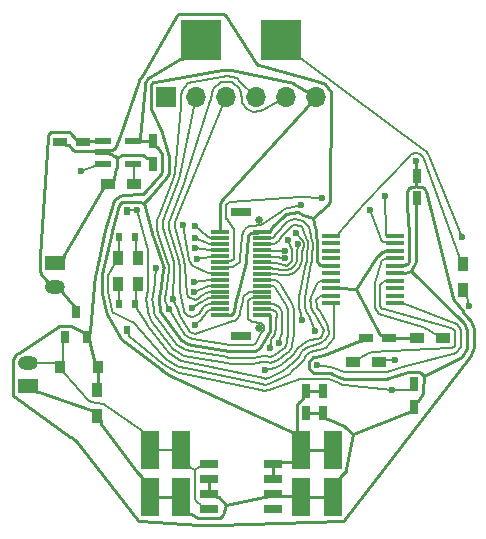
<source format=gbl>
G04 #@! TF.FileFunction,Copper,L2,Bot,Signal*
%FSLAX46Y46*%
G04 Gerber Fmt 4.6, Leading zero omitted, Abs format (unit mm)*
G04 Created by KiCad (PCBNEW 4.0.7) date 06/27/18 00:10:41*
%MOMM*%
%LPD*%
G01*
G04 APERTURE LIST*
%ADD10C,0.150000*%
%ADD11R,0.750000X1.200000*%
%ADD12R,3.500000X3.500000*%
%ADD13R,1.526000X0.650000*%
%ADD14R,1.400000X0.600000*%
%ADD15R,0.500000X0.750000*%
%ADD16R,1.200000X0.900000*%
%ADD17R,0.900000X1.200000*%
%ADD18R,1.200000X0.750000*%
%ADD19R,1.500000X3.200000*%
%ADD20R,0.900000X1.040000*%
%ADD21R,1.600000X0.300000*%
%ADD22R,1.800000X0.800000*%
%ADD23C,0.650000*%
%ADD24R,1.700000X1.200000*%
%ADD25O,1.700000X1.200000*%
%ADD26R,0.650000X1.100000*%
%ADD27R,1.700000X1.700000*%
%ADD28O,1.700000X1.700000*%
%ADD29C,0.600000*%
%ADD30C,0.250000*%
%ADD31C,0.200000*%
G04 APERTURE END LIST*
D10*
D11*
X163220000Y-96662200D03*
X163220000Y-98562200D03*
X162966000Y-114315000D03*
X162966000Y-116215000D03*
X153865000Y-114869000D03*
X153865000Y-116769000D03*
X155283000Y-114886000D03*
X155283000Y-116786000D03*
D12*
X144961000Y-85166200D03*
X151761000Y-85166200D03*
D13*
X151073000Y-121107000D03*
X151073000Y-122377000D03*
X151073000Y-123647000D03*
X151073000Y-124917000D03*
X145649000Y-124917000D03*
X145649000Y-123647000D03*
X145649000Y-122377000D03*
X145649000Y-121107000D03*
D14*
X136697000Y-95641200D03*
X136697000Y-94691200D03*
X136697000Y-93741200D03*
X139197000Y-93741200D03*
X139197000Y-95641200D03*
D15*
X139359000Y-101887000D03*
X138059000Y-101887000D03*
X138709000Y-99687000D03*
D16*
X163263000Y-110439000D03*
X165463000Y-110439000D03*
X157802000Y-112471000D03*
X160002000Y-112471000D03*
D17*
X167157000Y-104132000D03*
X167157000Y-106332000D03*
X137947000Y-103624000D03*
X137947000Y-105824000D03*
X136169000Y-114800000D03*
X136169000Y-117000000D03*
X139598000Y-105824000D03*
X139598000Y-103624000D03*
D16*
X139301000Y-97358200D03*
X137101000Y-97358200D03*
D18*
X160868000Y-110439000D03*
X158968000Y-110439000D03*
D19*
X153441000Y-119869000D03*
X153441000Y-123869000D03*
X156108000Y-119869000D03*
X156108000Y-123869000D03*
X143281000Y-119869000D03*
X143281000Y-123869000D03*
X140614000Y-119869000D03*
X140614000Y-123869000D03*
D11*
X140868000Y-93741200D03*
X140868000Y-95641200D03*
D18*
X134960000Y-93802200D03*
X133060000Y-93802200D03*
D20*
X133045000Y-112852000D03*
X136245000Y-112852000D03*
D21*
X150161000Y-101478000D03*
X146561000Y-101478000D03*
X150161000Y-101978000D03*
X146561000Y-101978000D03*
X150161000Y-102478000D03*
X146561000Y-102478000D03*
X150161000Y-102978000D03*
X146561000Y-102978000D03*
X150161000Y-103478000D03*
X146561000Y-103478000D03*
X150161000Y-103978000D03*
X146561000Y-103978000D03*
X150161000Y-104478000D03*
X146561000Y-104478000D03*
X150161000Y-104978000D03*
X146561000Y-104978000D03*
X150161000Y-105478000D03*
X146561000Y-105478000D03*
X150161000Y-105978000D03*
X146561000Y-105978000D03*
X150161000Y-106478000D03*
X146561000Y-106478000D03*
X150161000Y-106978000D03*
X146561000Y-106978000D03*
X150161000Y-107478000D03*
X146561000Y-107478000D03*
X150161000Y-107978000D03*
X146561000Y-107978000D03*
X150161000Y-108478000D03*
X146561000Y-108478000D03*
D22*
X148361000Y-99728000D03*
X148361000Y-110228000D03*
D23*
X149861000Y-100428000D03*
X149861000Y-109528000D03*
D24*
X132613000Y-104089000D03*
D25*
X132613000Y-106089000D03*
D24*
X130327000Y-114503000D03*
D25*
X130327000Y-112503000D03*
D15*
X138059000Y-107561000D03*
X139359000Y-107561000D03*
X138709000Y-109761000D03*
D26*
X135351000Y-110346000D03*
X133431000Y-110346000D03*
X134391000Y-108246000D03*
D27*
X142011000Y-89992200D03*
D28*
X144551000Y-89992200D03*
X147091000Y-89992200D03*
X149631000Y-89992200D03*
X152171000Y-89992200D03*
X154711000Y-89992200D03*
D21*
X155936000Y-107455000D03*
X155936000Y-106819000D03*
X155936000Y-106185000D03*
X155936000Y-105549000D03*
X155936000Y-104915000D03*
X155936000Y-104279000D03*
X155936000Y-103645000D03*
X155936000Y-103009000D03*
X155936000Y-102375000D03*
X155936000Y-101739000D03*
X161360000Y-101739000D03*
X161360000Y-102375000D03*
X161360000Y-103009000D03*
X161360000Y-103645000D03*
X161360000Y-104279000D03*
X161360000Y-104915000D03*
X161360000Y-105549000D03*
X161360000Y-106185000D03*
X161360000Y-106819000D03*
X161360000Y-107455000D03*
D29*
X163166500Y-95462100D03*
X161095100Y-114775000D03*
X161390700Y-112310900D03*
X167051200Y-101873000D03*
X150401100Y-113153400D03*
X144478300Y-109294400D03*
X160576500Y-98388600D03*
X159290300Y-99535700D03*
X150790400Y-111289700D03*
X154791600Y-112674800D03*
X134831400Y-96259800D03*
X154584200Y-109809300D03*
X144478300Y-100963600D03*
X153530600Y-108919500D03*
X144466900Y-101923000D03*
X152084200Y-103015100D03*
X144485200Y-102825700D03*
X152084200Y-103657300D03*
X144595900Y-103712500D03*
X152330800Y-102135900D03*
X155179200Y-98598900D03*
X153158300Y-102481900D03*
X153387700Y-99145400D03*
X152980300Y-101564100D03*
X143433400Y-100866600D03*
X139559100Y-99602200D03*
X144391100Y-105631800D03*
X141143700Y-104481800D03*
X144410800Y-106514600D03*
X142603700Y-107131600D03*
X142225200Y-107968800D03*
X144205500Y-107906100D03*
X151545700Y-110795000D03*
X167690700Y-107714100D03*
D30*
X136207000Y-113247000D02*
X136245000Y-112852000D01*
X136207000Y-113372000D02*
X136207000Y-113247000D01*
X136207000Y-114200000D02*
X136207000Y-113372000D01*
X136207000Y-114325000D02*
X136207000Y-114200000D01*
X136169000Y-114800000D02*
X136207000Y-114325000D01*
X141118000Y-94216200D02*
X140868000Y-93741200D01*
X141243000Y-94216200D02*
X141118000Y-94216200D01*
X141279200Y-94216200D02*
X141243000Y-94216200D01*
X141340400Y-94254800D02*
X141279200Y-94216200D01*
X141355900Y-94287500D02*
X141340400Y-94254800D01*
X141627400Y-94858400D02*
X141355900Y-94287500D01*
X141647700Y-94901300D02*
X141627400Y-94858400D01*
X141668600Y-94993800D02*
X141647700Y-94901300D01*
X141668600Y-95041200D02*
X141668600Y-94993800D01*
X141668600Y-96241200D02*
X141668600Y-95041200D01*
X141668600Y-96317300D02*
X141668600Y-96241200D01*
X141615800Y-96460200D02*
X141668600Y-96317300D01*
X141566300Y-96518000D02*
X141615800Y-96460200D01*
X140224300Y-98085000D02*
X141566300Y-96518000D01*
X140168600Y-98150000D02*
X140224300Y-98085000D01*
X140015500Y-98226900D02*
X140168600Y-98150000D01*
X139930100Y-98232800D02*
X140015500Y-98226900D01*
X138392300Y-98338100D02*
X139930100Y-98232800D01*
X137609500Y-98741900D02*
X137522800Y-99035400D01*
X138087000Y-98359000D02*
X137609500Y-98741900D01*
X138392300Y-98338100D02*
X138087000Y-98359000D01*
X136872800Y-101235400D02*
X137522800Y-99035400D01*
X136872800Y-101235400D02*
X136856000Y-101300300D01*
X136055400Y-104903700D02*
X136856000Y-101300300D01*
X136032100Y-105032100D02*
X136027700Y-105075400D01*
X136046000Y-104946200D02*
X136032100Y-105032100D01*
X136055400Y-104903700D02*
X136046000Y-104946200D01*
X135551600Y-109783400D02*
X136027700Y-105075400D01*
X135551000Y-109792800D02*
X135551000Y-109796000D01*
X135551300Y-109786500D02*
X135551000Y-109792800D01*
X135551600Y-109783400D02*
X135551300Y-109786500D01*
X135551000Y-109921000D02*
X135551000Y-109796000D01*
X135351000Y-110346000D02*
X135551000Y-109921000D01*
X163166500Y-96062200D02*
X163166500Y-95462100D01*
X163166500Y-96187200D02*
X163166500Y-96062200D01*
X163220000Y-96662200D02*
X163166500Y-96187200D01*
X135151000Y-109921000D02*
X135351000Y-110346000D01*
X135026000Y-109921000D02*
X135151000Y-109921000D01*
X135011900Y-109921000D02*
X135026000Y-109921000D01*
X134984500Y-109914700D02*
X135011900Y-109921000D01*
X134971800Y-109908600D02*
X134984500Y-109914700D01*
X133940500Y-109412500D02*
X134971800Y-109908600D01*
X133803900Y-109370400D02*
X133756000Y-109370400D01*
X133897300Y-109391700D02*
X133803900Y-109370400D01*
X133940500Y-109412500D02*
X133897300Y-109391700D01*
X133106000Y-109370400D02*
X133756000Y-109370400D01*
X132924400Y-109406100D02*
X132872400Y-109440300D01*
X133043700Y-109370400D02*
X132924400Y-109406100D01*
X133106000Y-109370400D02*
X133043700Y-109370400D01*
X129514000Y-111645700D02*
X132872400Y-109440300D01*
X129051400Y-112243900D02*
X129051400Y-112503000D01*
X129297400Y-111787900D02*
X129051400Y-112243900D01*
X129514000Y-111645700D02*
X129297400Y-111787900D01*
X129051400Y-115103000D02*
X129051400Y-112503000D01*
X129146400Y-115390300D02*
X129230800Y-115450100D01*
X129051400Y-115206500D02*
X129146400Y-115390300D01*
X129051400Y-115103000D02*
X129051400Y-115206500D01*
X133910100Y-118769300D02*
X129230800Y-115450100D01*
X133916400Y-118773900D02*
X133910100Y-118769300D01*
X134285200Y-119062000D02*
X133916400Y-118773900D01*
X134292500Y-119068200D02*
X134285200Y-119062000D01*
X134307400Y-119081800D02*
X134292500Y-119068200D01*
X134307500Y-119081900D02*
X134307400Y-119081800D01*
X134363700Y-119133300D02*
X134307500Y-119081900D01*
X134365800Y-119135200D02*
X134363700Y-119133300D01*
X134369800Y-119139200D02*
X134365800Y-119135200D01*
X134371700Y-119141300D02*
X134369800Y-119139200D01*
X134436600Y-119212400D02*
X134371700Y-119141300D01*
X134442800Y-119219700D02*
X134436600Y-119212400D01*
X139528600Y-125731000D02*
X134442800Y-119219700D01*
X139745600Y-125887800D02*
X139836500Y-125893700D01*
X139584600Y-125802800D02*
X139745600Y-125887800D01*
X139528600Y-125731000D02*
X139584600Y-125802800D01*
X144823000Y-126216200D02*
X139836500Y-125893700D01*
X144823000Y-126216200D02*
X144886000Y-126218200D01*
X146412000Y-126218200D02*
X144886000Y-126218200D01*
X146412000Y-126218200D02*
X146442300Y-126217700D01*
X156871200Y-125894400D02*
X146442300Y-126217700D01*
X157137700Y-125803800D02*
X157196000Y-125727700D01*
X156967100Y-125891400D02*
X157137700Y-125803800D01*
X156871200Y-125894400D02*
X156967100Y-125891400D01*
X167633300Y-112090800D02*
X157196000Y-125727700D01*
X168040400Y-111214800D02*
X168040400Y-110889000D01*
X167831300Y-111832000D02*
X168040400Y-111214800D01*
X167633300Y-112090800D02*
X167831300Y-111832000D01*
X168040400Y-109989000D02*
X168040400Y-110889000D01*
X167807800Y-108996800D02*
X167588800Y-108731200D01*
X168040400Y-109644800D02*
X167807800Y-108996800D01*
X168040400Y-109989000D02*
X168040400Y-109644800D01*
X167130800Y-108175600D02*
X167588800Y-108731200D01*
X167116600Y-108157800D02*
X167130800Y-108175600D01*
X166370300Y-107192300D02*
X167116600Y-108157800D01*
X166343500Y-107157600D02*
X166370300Y-107192300D01*
X166305100Y-107078700D02*
X166343500Y-107157600D01*
X166294400Y-107036200D02*
X166305100Y-107078700D01*
X164007600Y-97983000D02*
X166294400Y-107036200D01*
X163959900Y-97864000D02*
X163933900Y-97829800D01*
X163997100Y-97941400D02*
X163959900Y-97864000D01*
X164007600Y-97983000D02*
X163997100Y-97941400D01*
X163873700Y-97750500D02*
X163933900Y-97829800D01*
X163677100Y-97612200D02*
X163595000Y-97612200D01*
X163824100Y-97685200D02*
X163677100Y-97612200D01*
X163873700Y-97750500D02*
X163824100Y-97685200D01*
X163470000Y-97612200D02*
X163595000Y-97612200D01*
X163439500Y-97612200D02*
X163470000Y-97612200D01*
X163379500Y-97601700D02*
X163439500Y-97612200D01*
X163350800Y-97591300D02*
X163379500Y-97601700D01*
X163191500Y-97533600D02*
X163350800Y-97591300D01*
X139772000Y-93566200D02*
X139197000Y-93741200D01*
X139772000Y-93441200D02*
X139772000Y-93566200D01*
X140189200Y-89049900D02*
X139772000Y-93441200D01*
X140211100Y-88818600D02*
X140189200Y-89049900D01*
X140458800Y-88425300D02*
X140211100Y-88818600D01*
X140657900Y-88305600D02*
X140458800Y-88425300D01*
X143146600Y-86809100D02*
X140657900Y-88305600D01*
X143161200Y-86800300D02*
X143146600Y-86809100D01*
X143194000Y-86791200D02*
X143161200Y-86800300D01*
X143211000Y-86791200D02*
X143194000Y-86791200D01*
X143336000Y-86791200D02*
X143211000Y-86791200D01*
X144961000Y-85166200D02*
X143336000Y-86791200D01*
X163191500Y-97262200D02*
X163191500Y-97533600D01*
X163191500Y-97137200D02*
X163191500Y-97262200D01*
X163220000Y-96662200D02*
X163191500Y-97137200D01*
X139772000Y-93741200D02*
X139197000Y-93741200D01*
X139897000Y-93741200D02*
X139772000Y-93741200D01*
X140493000Y-93741200D02*
X139897000Y-93741200D01*
X140618000Y-93741200D02*
X140493000Y-93741200D01*
X140868000Y-93741200D02*
X140618000Y-93741200D01*
X163179600Y-97542500D02*
X163191500Y-97533600D01*
X163134200Y-97576400D02*
X163179600Y-97542500D01*
X163026700Y-97612200D02*
X163134200Y-97576400D01*
X162970000Y-97612200D02*
X163026700Y-97612200D01*
X162845000Y-97612200D02*
X162970000Y-97612200D01*
X162615900Y-97685100D02*
X162566300Y-97750500D01*
X162762900Y-97612200D02*
X162615900Y-97685100D01*
X162845000Y-97612200D02*
X162762900Y-97612200D01*
X162506100Y-97829800D02*
X162566300Y-97750500D01*
X162419400Y-98017500D02*
X162419400Y-98087200D01*
X162463900Y-97885300D02*
X162419400Y-98017500D01*
X162506100Y-97829800D02*
X162463900Y-97885300D01*
X162419400Y-99162200D02*
X162419400Y-98087200D01*
X162419400Y-99162200D02*
X162420400Y-99191600D01*
X162584600Y-101559600D02*
X162420400Y-99191600D01*
X162585600Y-101589000D02*
X162584600Y-101559600D01*
X162585600Y-103795000D02*
X162585600Y-101589000D01*
X162585600Y-103917300D02*
X162585600Y-103795000D01*
X162455600Y-104124700D02*
X162585600Y-103917300D01*
X162345500Y-104178000D02*
X162455600Y-104124700D01*
X162214500Y-104241500D02*
X162345500Y-104178000D01*
X162201800Y-104247700D02*
X162214500Y-104241500D01*
X162174200Y-104254000D02*
X162201800Y-104247700D01*
X162160000Y-104254000D02*
X162174200Y-104254000D01*
X162035000Y-104254000D02*
X162160000Y-104254000D01*
X161360000Y-104279000D02*
X162035000Y-104254000D01*
X135551000Y-110771000D02*
X135351000Y-110346000D01*
X135551000Y-110896000D02*
X135551000Y-110771000D01*
X135553100Y-110920000D02*
X135555100Y-110927800D01*
X135551000Y-110904000D02*
X135553100Y-110920000D01*
X135551000Y-110896000D02*
X135551000Y-110904000D01*
X135915900Y-112300200D02*
X135555100Y-110927800D01*
X135917900Y-112308000D02*
X135915900Y-112300200D01*
X135920000Y-112324000D02*
X135917900Y-112308000D01*
X135920000Y-112332000D02*
X135920000Y-112324000D01*
X135920000Y-112457000D02*
X135920000Y-112332000D01*
X136245000Y-112852000D02*
X135920000Y-112457000D01*
X155673900Y-99129800D02*
X154430500Y-100288300D01*
X155903400Y-98755000D02*
X155904800Y-98605800D01*
X155783100Y-99028100D02*
X155903400Y-98755000D01*
X155673900Y-99129800D02*
X155783100Y-99028100D01*
X155986500Y-90004300D02*
X155904800Y-98605800D01*
X155470400Y-88879700D02*
X155053500Y-88763400D01*
X155990600Y-89571500D02*
X155470400Y-88879700D01*
X155986500Y-90004300D02*
X155990600Y-89571500D01*
X149896700Y-87326200D02*
X155053500Y-88763400D01*
X149822000Y-87305300D02*
X149896700Y-87326200D01*
X149697000Y-87213700D02*
X149822000Y-87305300D01*
X149654600Y-87148800D02*
X149697000Y-87213700D01*
X147067400Y-83183600D02*
X149654600Y-87148800D01*
X146818800Y-82990600D02*
X146711000Y-82990600D01*
X147008500Y-83093300D02*
X146818800Y-82990600D01*
X147067400Y-83183600D02*
X147008500Y-83093300D01*
X143211000Y-82990600D02*
X146711000Y-82990600D01*
X142900000Y-83104200D02*
X142842900Y-83202600D01*
X143097200Y-82990600D02*
X142900000Y-83104200D01*
X143211000Y-82990600D02*
X143097200Y-82990600D01*
X139840500Y-88375800D02*
X142842900Y-83202600D01*
X139743200Y-88571100D02*
X139719200Y-88639800D01*
X139804000Y-88438800D02*
X139743200Y-88571100D01*
X139840500Y-88375800D02*
X139804000Y-88438800D01*
X138095100Y-93301200D02*
X139719200Y-88639800D01*
X138093600Y-93305500D02*
X138095100Y-93301200D01*
X137800400Y-94176900D02*
X138093600Y-93305500D01*
X137776100Y-94249100D02*
X137800400Y-94176900D01*
X137680400Y-94367700D02*
X137776100Y-94249100D01*
X137615000Y-94406700D02*
X137680400Y-94367700D01*
X137461000Y-94498600D02*
X137615000Y-94406700D01*
X137446500Y-94507200D02*
X137461000Y-94498600D01*
X137413900Y-94516200D02*
X137446500Y-94507200D01*
X137397000Y-94516200D02*
X137413900Y-94516200D01*
X137272000Y-94516200D02*
X137397000Y-94516200D01*
X136697000Y-94691200D02*
X137272000Y-94516200D01*
X146507900Y-123891900D02*
X147071100Y-124566100D01*
X146439800Y-123847000D02*
X146412000Y-123847000D01*
X146490100Y-123870600D02*
X146439800Y-123847000D01*
X146507900Y-123891900D02*
X146490100Y-123870600D01*
X146287000Y-123847000D02*
X146412000Y-123847000D01*
X145649000Y-123647000D02*
X146287000Y-123847000D01*
X149486000Y-101503000D02*
X150161000Y-101478000D01*
X149361000Y-101503000D02*
X149486000Y-101503000D01*
X148951200Y-101727500D02*
X148937500Y-101892700D01*
X149195200Y-101503000D02*
X148951200Y-101727500D01*
X149361000Y-101503000D02*
X149195200Y-101503000D01*
X148782900Y-103746600D02*
X148937500Y-101892700D01*
X148777900Y-103806000D02*
X148782900Y-103746600D01*
X148758100Y-103923500D02*
X148777900Y-103806000D01*
X148743400Y-103981200D02*
X148758100Y-103923500D01*
X147978600Y-106974800D02*
X148743400Y-103981200D01*
X147959800Y-107057500D02*
X147955000Y-107085300D01*
X147971600Y-107002200D02*
X147959800Y-107057500D01*
X147978600Y-106974800D02*
X147971600Y-107002200D01*
X147779800Y-108100300D02*
X147955000Y-107085300D01*
X147753400Y-108253200D02*
X147779800Y-108100300D01*
X147516100Y-108453000D02*
X147753400Y-108253200D01*
X147361000Y-108453000D02*
X147516100Y-108453000D01*
X147236000Y-108453000D02*
X147361000Y-108453000D01*
X146561000Y-108478000D02*
X147236000Y-108453000D01*
X140618000Y-95166200D02*
X140868000Y-95641200D01*
X140493000Y-95166200D02*
X140618000Y-95166200D01*
X140477200Y-95166200D02*
X140493000Y-95166200D01*
X140446500Y-95158300D02*
X140477200Y-95166200D01*
X140432600Y-95150600D02*
X140446500Y-95158300D01*
X140102600Y-94968600D02*
X140432600Y-95150600D01*
X139950900Y-94915600D02*
X139897000Y-94915600D01*
X140055400Y-94942500D02*
X139950900Y-94915600D01*
X140102600Y-94968600D02*
X140055400Y-94942500D01*
X138497000Y-94915600D02*
X139897000Y-94915600D01*
X138351200Y-94938300D02*
X138306900Y-94960400D01*
X138447500Y-94915600D02*
X138351200Y-94938300D01*
X138497000Y-94915600D02*
X138447500Y-94915600D01*
X137869200Y-95179000D02*
X138306900Y-94960400D01*
X154650400Y-101125300D02*
X154430500Y-100288300D01*
X154676200Y-101223400D02*
X154650400Y-101125300D01*
X154704400Y-101424400D02*
X154676200Y-101223400D01*
X154706700Y-101525800D02*
X154704400Y-101424400D01*
X154710500Y-101698400D02*
X154706700Y-101525800D01*
X154714100Y-101747500D02*
X154717000Y-101763600D01*
X154710900Y-101714800D02*
X154714100Y-101747500D01*
X154710500Y-101698400D02*
X154710900Y-101714800D01*
X154793100Y-102190700D02*
X154717000Y-101763600D01*
X154807900Y-102273800D02*
X154793100Y-102190700D01*
X154820500Y-102442100D02*
X154807900Y-102273800D01*
X154818200Y-102526500D02*
X154820500Y-102442100D01*
X154803100Y-103088100D02*
X154818200Y-102526500D01*
X154798800Y-103185300D02*
X154803100Y-103088100D01*
X154780800Y-103471100D02*
X154798800Y-103185300D01*
X154780800Y-103471100D02*
X154780100Y-103495000D01*
X154780100Y-103496100D02*
X154780100Y-103495000D01*
X154780600Y-103648700D02*
X154780100Y-103496100D01*
X154780600Y-103663300D02*
X154780600Y-103648700D01*
X154780300Y-103794100D02*
X154780600Y-103663300D01*
X154846600Y-104024900D02*
X154907500Y-104079300D01*
X154780100Y-103875700D02*
X154846600Y-104024900D01*
X154780300Y-103794100D02*
X154780100Y-103875700D01*
X155059200Y-104214900D02*
X154907500Y-104079300D01*
X155082500Y-104231500D02*
X155091300Y-104235200D01*
X155066300Y-104221300D02*
X155082500Y-104231500D01*
X155059200Y-104214900D02*
X155066300Y-104221300D01*
X155136000Y-104254000D02*
X155091300Y-104235200D01*
X155261000Y-104254000D02*
X155136000Y-104254000D01*
X155936000Y-104279000D02*
X155261000Y-104254000D01*
X139989000Y-122394000D02*
X140614000Y-123869000D01*
X139989000Y-122269000D02*
X139989000Y-122394000D01*
X139971200Y-122200400D02*
X139954700Y-122183000D01*
X139989000Y-122245000D02*
X139971200Y-122200400D01*
X139989000Y-122269000D02*
X139989000Y-122245000D01*
X139555200Y-121761900D02*
X139954700Y-122183000D01*
X139546400Y-121752600D02*
X139555200Y-121761900D01*
X139529900Y-121732900D02*
X139546400Y-121752600D01*
X139522200Y-121722600D02*
X139529900Y-121732900D01*
X136518600Y-117674500D02*
X139522200Y-121722600D01*
X136506600Y-117658300D02*
X136518600Y-117674500D01*
X136494000Y-117620100D02*
X136506600Y-117658300D01*
X136494000Y-117600000D02*
X136494000Y-117620100D01*
X136494000Y-117475000D02*
X136494000Y-117600000D01*
X136169000Y-117000000D02*
X136494000Y-117475000D01*
X163013600Y-104268700D02*
X162760400Y-104724900D01*
X163136200Y-103919300D02*
X163136200Y-103795000D01*
X163073900Y-104160000D02*
X163136200Y-103919300D01*
X163013600Y-104268700D02*
X163073900Y-104160000D01*
X163136200Y-99162200D02*
X163136200Y-103795000D01*
X163136200Y-99037200D02*
X163136200Y-99162200D01*
X163220000Y-98562200D02*
X163136200Y-99037200D01*
X133338000Y-103614000D02*
X132613000Y-104089000D01*
X133338000Y-103489000D02*
X133338000Y-103614000D01*
X133338000Y-103472300D02*
X133338000Y-103489000D01*
X133346700Y-103440200D02*
X133338000Y-103472300D01*
X133355100Y-103425800D02*
X133346700Y-103440200D01*
X136608900Y-97871400D02*
X133355100Y-103425800D01*
X136626000Y-97824900D02*
X136626000Y-97808200D01*
X136617300Y-97857000D02*
X136626000Y-97824900D01*
X136608900Y-97871400D02*
X136617300Y-97857000D01*
X136626000Y-97683200D02*
X136626000Y-97808200D01*
X137101000Y-97358200D02*
X136626000Y-97683200D01*
X162546200Y-116698300D02*
X157803400Y-118521100D01*
X162556900Y-116694200D02*
X162546200Y-116698300D01*
X162579500Y-116690000D02*
X162556900Y-116694200D01*
X162591000Y-116690000D02*
X162579500Y-116690000D01*
X162716000Y-116690000D02*
X162591000Y-116690000D01*
X162966000Y-116215000D02*
X162716000Y-116690000D01*
X158493000Y-110689000D02*
X158968000Y-110439000D01*
X158368000Y-110689000D02*
X158493000Y-110689000D01*
X158334000Y-110693200D02*
X158323300Y-110697300D01*
X158356500Y-110689000D02*
X158334000Y-110693200D01*
X158368000Y-110689000D02*
X158356500Y-110689000D01*
X155359400Y-111832800D02*
X158323300Y-110697300D01*
X155267000Y-111868200D02*
X155359400Y-111832800D01*
X155076500Y-111921900D02*
X155267000Y-111868200D01*
X154979200Y-111939900D02*
X155076500Y-111921900D01*
X154666100Y-111997900D02*
X154979200Y-111939900D01*
X154527500Y-113364500D02*
X154794800Y-113363200D01*
X154131300Y-113005500D02*
X154527500Y-113364500D01*
X154081100Y-112473300D02*
X154131300Y-113005500D01*
X154403300Y-112046600D02*
X154081100Y-112473300D01*
X154666100Y-111997900D02*
X154403300Y-112046600D01*
X155528700Y-113359800D02*
X154794800Y-113363200D01*
X155533000Y-113359800D02*
X155528700Y-113359800D01*
X155658000Y-113359800D02*
X155533000Y-113359800D01*
X155749300Y-113359800D02*
X155658000Y-113359800D01*
X155928500Y-113395500D02*
X155749300Y-113359800D01*
X156012900Y-113430500D02*
X155928500Y-113395500D01*
X156847100Y-113776500D02*
X156012900Y-113430500D01*
X157110700Y-113847200D02*
X157202000Y-113847200D01*
X156931500Y-113811500D02*
X157110700Y-113847200D01*
X156847100Y-113776500D02*
X156931500Y-113811500D01*
X160602000Y-113847200D02*
X157202000Y-113847200D01*
X160811500Y-113825900D02*
X160878600Y-113804900D01*
X160672400Y-113847200D02*
X160811500Y-113825900D01*
X160602000Y-113847200D02*
X160672400Y-113847200D01*
X162463900Y-113308800D02*
X160878600Y-113804900D01*
X162494800Y-113299200D02*
X162463900Y-113308800D01*
X162558700Y-113289400D02*
X162494800Y-113299200D01*
X162591000Y-113289400D02*
X162558700Y-113289400D01*
X163341000Y-113289400D02*
X162591000Y-113289400D01*
X163420200Y-113289400D02*
X163341000Y-113289400D01*
X163568100Y-113346400D02*
X163420200Y-113289400D01*
X163626800Y-113399600D02*
X163568100Y-113346400D01*
X163843900Y-113596400D02*
X163626800Y-113399600D01*
X167065200Y-108973500D02*
X162760400Y-104724900D01*
X167269000Y-109174500D02*
X167065200Y-108973500D01*
X167489800Y-109702700D02*
X167269000Y-109174500D01*
X167489800Y-109989000D02*
X167489800Y-109702700D01*
X167489800Y-110889000D02*
X167489800Y-109989000D01*
X167489800Y-111294000D02*
X167489800Y-110889000D01*
X167064200Y-111983300D02*
X167489800Y-111294000D01*
X166702000Y-112164700D02*
X167064200Y-111983300D01*
X163843900Y-113596400D02*
X166702000Y-112164700D01*
X137667800Y-95012900D02*
X137869200Y-95179000D01*
X137628900Y-94984000D02*
X137615000Y-94975700D01*
X137655300Y-95002600D02*
X137628900Y-94984000D01*
X137667800Y-95012900D02*
X137655300Y-95002600D01*
X137461000Y-94883800D02*
X137615000Y-94975700D01*
X137413900Y-94866200D02*
X137397000Y-94866200D01*
X137446500Y-94875100D02*
X137413900Y-94866200D01*
X137461000Y-94883800D02*
X137446500Y-94875100D01*
X137272000Y-94866200D02*
X137397000Y-94866200D01*
X136697000Y-94691200D02*
X137272000Y-94866200D01*
X155533000Y-117261000D02*
X155283000Y-116786000D01*
X155658000Y-117261000D02*
X155533000Y-117261000D01*
X155671500Y-117261000D02*
X155658000Y-117261000D01*
X155697900Y-117266800D02*
X155671500Y-117261000D01*
X155710200Y-117272400D02*
X155697900Y-117266800D01*
X157035900Y-117882400D02*
X155710200Y-117272400D01*
X157063000Y-117894800D02*
X157035900Y-117882400D01*
X157113000Y-117927000D02*
X157063000Y-117894800D01*
X157135600Y-117946400D02*
X157113000Y-117927000D01*
X157803400Y-118521100D02*
X157135600Y-117946400D01*
X152816000Y-123758000D02*
X153441000Y-123869000D01*
X152691000Y-123758000D02*
X152816000Y-123758000D01*
X151836000Y-123758000D02*
X152691000Y-123758000D01*
X151711000Y-123758000D02*
X151836000Y-123758000D01*
X151073000Y-123647000D02*
X151711000Y-123758000D01*
X156733000Y-122394000D02*
X156108000Y-123869000D01*
X156733000Y-122269000D02*
X156733000Y-122394000D01*
X156733000Y-122245000D02*
X156733000Y-122269000D01*
X156750800Y-122200400D02*
X156733000Y-122245000D01*
X156767300Y-122183000D02*
X156750800Y-122200400D01*
X157166800Y-121761900D02*
X156767300Y-122183000D01*
X157266500Y-121603900D02*
X157277300Y-121542000D01*
X157210100Y-121716300D02*
X157266500Y-121603900D01*
X157166800Y-121761900D02*
X157210100Y-121716300D01*
X157803400Y-118521100D02*
X157277300Y-121542000D01*
X146817900Y-125369900D02*
X147071100Y-124566100D01*
X146776000Y-125502800D02*
X146817900Y-125369900D01*
X146551300Y-125667600D02*
X146776000Y-125502800D01*
X146412000Y-125667600D02*
X146551300Y-125667600D01*
X144886000Y-125667600D02*
X146412000Y-125667600D01*
X144842000Y-125667600D02*
X144886000Y-125667600D01*
X144755700Y-125649600D02*
X144842000Y-125667600D01*
X144715400Y-125631900D02*
X144755700Y-125649600D01*
X144081100Y-125354500D02*
X144715400Y-125631900D01*
X144043900Y-125344000D02*
X144031000Y-125344000D01*
X144069300Y-125349300D02*
X144043900Y-125344000D01*
X144081100Y-125354500D02*
X144069300Y-125349300D01*
X143906000Y-125344000D02*
X144031000Y-125344000D01*
X143281000Y-123869000D02*
X143906000Y-125344000D01*
X150282800Y-123850000D02*
X147071100Y-124566100D01*
X150289500Y-123848500D02*
X150282800Y-123850000D01*
X150303100Y-123847000D02*
X150289500Y-123848500D01*
X150310000Y-123847000D02*
X150303100Y-123847000D01*
X150435000Y-123847000D02*
X150310000Y-123847000D01*
X151073000Y-123647000D02*
X150435000Y-123847000D01*
X137576000Y-97033200D02*
X137101000Y-97358200D01*
X137576000Y-96908200D02*
X137576000Y-97033200D01*
X137576000Y-96899800D02*
X137576000Y-96908200D01*
X137578300Y-96883000D02*
X137576000Y-96899800D01*
X137580500Y-96874900D02*
X137578300Y-96883000D01*
X137807200Y-96054600D02*
X137580500Y-96874900D01*
X137820500Y-95989000D02*
X137821800Y-95966700D01*
X137813200Y-96033100D02*
X137820500Y-95989000D01*
X137807200Y-96054600D02*
X137813200Y-96033100D01*
X137869200Y-95179000D02*
X137821800Y-95966700D01*
X136122000Y-94602800D02*
X136697000Y-94691200D01*
X135997000Y-94602800D02*
X136122000Y-94602800D01*
X134360000Y-94602800D02*
X135997000Y-94602800D01*
X134262000Y-94602800D02*
X134360000Y-94602800D01*
X134085700Y-94517100D02*
X134262000Y-94602800D01*
X134025200Y-94440000D02*
X134085700Y-94517100D01*
X133758300Y-94100000D02*
X134025200Y-94440000D01*
X133688800Y-94052200D02*
X133660000Y-94052200D01*
X133740500Y-94077400D02*
X133688800Y-94052200D01*
X133758300Y-94100000D02*
X133740500Y-94077400D01*
X133535000Y-94052200D02*
X133660000Y-94052200D01*
X133060000Y-93802200D02*
X133535000Y-94052200D01*
X135844000Y-116525000D02*
X136169000Y-117000000D01*
X135719000Y-116525000D02*
X135844000Y-116525000D01*
X135708600Y-116525000D02*
X135719000Y-116525000D01*
X135688200Y-116521600D02*
X135708600Y-116525000D01*
X135678400Y-116518200D02*
X135688200Y-116521600D01*
X131217600Y-114984800D02*
X135678400Y-116518200D01*
X131187400Y-114978000D02*
X131177000Y-114978000D01*
X131207800Y-114981400D02*
X131187400Y-114978000D01*
X131217600Y-114984800D02*
X131207800Y-114981400D01*
X131052000Y-114978000D02*
X131177000Y-114978000D01*
X130327000Y-114503000D02*
X131052000Y-114978000D01*
X145649000Y-123447000D02*
X145649000Y-123647000D01*
X145649000Y-123322000D02*
X145649000Y-123447000D01*
X145649000Y-122702000D02*
X145649000Y-123322000D01*
X145649000Y-122577000D02*
X145649000Y-122702000D01*
X145649000Y-122377000D02*
X145649000Y-122577000D01*
X155483000Y-123869000D02*
X156108000Y-123869000D01*
X155358000Y-123869000D02*
X155483000Y-123869000D01*
X154191000Y-123869000D02*
X155358000Y-123869000D01*
X154066000Y-123869000D02*
X154191000Y-123869000D01*
X153441000Y-123869000D02*
X154066000Y-123869000D01*
X153628400Y-99963500D02*
X154430500Y-100288300D01*
X152190400Y-99950300D02*
X151822100Y-100283300D01*
X153168200Y-99777200D02*
X152190400Y-99950300D01*
X153628400Y-99963500D02*
X153168200Y-99777200D01*
X151180300Y-100863600D02*
X151822100Y-100283300D01*
X150919700Y-101152000D02*
X150853700Y-101263900D01*
X151084000Y-100950700D02*
X150919700Y-101152000D01*
X151180300Y-100863600D02*
X151084000Y-100950700D01*
X150853400Y-101264500D02*
X150853700Y-101263900D01*
X150836100Y-101311200D02*
X150836000Y-101328000D01*
X150844900Y-101278900D02*
X150836100Y-101311200D01*
X150853400Y-101264500D02*
X150844900Y-101278900D01*
X150836000Y-101453000D02*
X150836000Y-101328000D01*
X150161000Y-101478000D02*
X150836000Y-101453000D01*
X162194100Y-104885300D02*
X162760400Y-104724900D01*
X162185800Y-104887600D02*
X162194100Y-104885300D01*
X162168600Y-104890000D02*
X162185800Y-104887600D01*
X162160000Y-104890000D02*
X162168600Y-104890000D01*
X162035000Y-104890000D02*
X162160000Y-104890000D01*
X161360000Y-104915000D02*
X162035000Y-104890000D01*
X155033000Y-116777500D02*
X155283000Y-116786000D01*
X154908000Y-116777500D02*
X155033000Y-116777500D01*
X154240000Y-116777500D02*
X154908000Y-116777500D01*
X154115000Y-116777500D02*
X154240000Y-116777500D01*
X153865000Y-116769000D02*
X154115000Y-116777500D01*
X142656000Y-123869000D02*
X143281000Y-123869000D01*
X142531000Y-123869000D02*
X142656000Y-123869000D01*
X141364000Y-123869000D02*
X142531000Y-123869000D01*
X141239000Y-123869000D02*
X141364000Y-123869000D01*
X140614000Y-123869000D02*
X141239000Y-123869000D01*
X163216000Y-115740000D02*
X162966000Y-116215000D01*
X163341000Y-115740000D02*
X163216000Y-115740000D01*
X163438300Y-115701400D02*
X163453900Y-115668700D01*
X163377200Y-115740000D02*
X163438300Y-115701400D01*
X163341000Y-115740000D02*
X163377200Y-115740000D01*
X163725400Y-115097800D02*
X163453900Y-115668700D01*
X163763500Y-114980800D02*
X163765900Y-114939700D01*
X163743100Y-115060600D02*
X163763500Y-114980800D01*
X163725400Y-115097800D02*
X163743100Y-115060600D01*
X163843900Y-113596400D02*
X163765900Y-114939700D01*
X139729000Y-98896800D02*
X140156900Y-98999800D01*
X139597200Y-98876300D02*
X139552600Y-98876600D01*
X139685700Y-98886400D02*
X139597200Y-98876300D01*
X139729000Y-98896800D02*
X139685700Y-98886400D01*
X138455200Y-98886400D02*
X139552600Y-98876600D01*
X138090600Y-99056800D02*
X138050800Y-99191400D01*
X138314800Y-98887700D02*
X138090600Y-99056800D01*
X138455200Y-98886400D02*
X138314800Y-98887700D01*
X137400800Y-101391400D02*
X138050800Y-99191400D01*
X137400800Y-101391400D02*
X137393500Y-101419700D01*
X136592900Y-105023100D02*
X137393500Y-101419700D01*
X136570800Y-105173300D02*
X136570800Y-105224000D01*
X136581900Y-105072600D02*
X136570800Y-105173300D01*
X136592900Y-105023100D02*
X136581900Y-105072600D01*
X136570800Y-106424000D02*
X136570800Y-105224000D01*
X136580400Y-106565000D02*
X136589900Y-106611200D01*
X136570800Y-106471200D02*
X136580400Y-106565000D01*
X136570800Y-106424000D02*
X136570800Y-106471200D01*
X136901900Y-108123200D02*
X136589900Y-106611200D01*
X136965200Y-108324300D02*
X136999400Y-108385900D01*
X136916100Y-108192200D02*
X136965200Y-108324300D01*
X136901900Y-108123200D02*
X136916100Y-108192200D01*
X138087000Y-110342800D02*
X136999400Y-108385900D01*
X138164100Y-110445900D02*
X138198100Y-110472300D01*
X138107900Y-110380500D02*
X138164100Y-110445900D01*
X138087000Y-110342800D02*
X138107900Y-110380500D01*
X141547900Y-113071300D02*
X138198100Y-110472300D01*
X142213600Y-113512700D02*
X142455100Y-113625600D01*
X141758500Y-113234700D02*
X142213600Y-113512700D01*
X141547900Y-113071300D02*
X141758500Y-113234700D01*
X152638100Y-118382300D02*
X142455100Y-113625600D01*
X152677300Y-118394000D02*
X152691000Y-118394000D01*
X152650500Y-118388100D02*
X152677300Y-118394000D01*
X152638100Y-118382300D02*
X152650500Y-118388100D01*
X152816000Y-118394000D02*
X152691000Y-118394000D01*
X153441000Y-119869000D02*
X152816000Y-118394000D01*
X140636600Y-98450000D02*
X140156900Y-98999800D01*
X140642500Y-98443200D02*
X140636600Y-98450000D01*
X141984500Y-96876200D02*
X140642500Y-98443200D01*
X142219200Y-96415900D02*
X142219200Y-96241200D01*
X142098100Y-96743500D02*
X142219200Y-96415900D01*
X141984500Y-96876200D02*
X142098100Y-96743500D01*
X142219200Y-95041200D02*
X142219200Y-96241200D01*
X142198100Y-94827100D02*
X142177300Y-94758300D01*
X142219200Y-94969300D02*
X142198100Y-94827100D01*
X142219200Y-95041200D02*
X142219200Y-94969300D01*
X141650300Y-93017900D02*
X142177300Y-94758300D01*
X141637700Y-92981500D02*
X141632500Y-92969700D01*
X141646600Y-93005600D02*
X141637700Y-92981500D01*
X141650300Y-93017900D02*
X141646600Y-93005600D01*
X140771500Y-91013700D02*
X141632500Y-92969700D01*
X140753600Y-90973200D02*
X140771500Y-91013700D01*
X140735400Y-90886500D02*
X140753600Y-90973200D01*
X140735400Y-90842200D02*
X140735400Y-90886500D01*
X140735400Y-89142200D02*
X140735400Y-90842200D01*
X140735400Y-88987000D02*
X140735400Y-89142200D01*
X140935300Y-88749500D02*
X140735400Y-88987000D01*
X141088200Y-88722900D02*
X140935300Y-88749500D01*
X146701800Y-87748900D02*
X141088200Y-88722900D01*
X146910000Y-87712800D02*
X146701800Y-87748900D01*
X147332500Y-87718500D02*
X146910000Y-87712800D01*
X147539700Y-87760100D02*
X147332500Y-87718500D01*
X152422400Y-88741600D02*
X147539700Y-87760100D01*
X152525100Y-88762200D02*
X152422400Y-88741600D01*
X152721000Y-88836500D02*
X152525100Y-88762200D01*
X152811600Y-88889100D02*
X152721000Y-88836500D01*
X154711000Y-89992200D02*
X152811600Y-88889100D01*
X155483000Y-119869000D02*
X156108000Y-119869000D01*
X155358000Y-119869000D02*
X155483000Y-119869000D01*
X154191000Y-119869000D02*
X155358000Y-119869000D01*
X154066000Y-119869000D02*
X154191000Y-119869000D01*
X153441000Y-119869000D02*
X154066000Y-119869000D01*
X152816000Y-120907000D02*
X153441000Y-119869000D01*
X152691000Y-120907000D02*
X152816000Y-120907000D01*
X151836000Y-120907000D02*
X152691000Y-120907000D01*
X151711000Y-120907000D02*
X151836000Y-120907000D01*
X151073000Y-121107000D02*
X151711000Y-120907000D01*
X151073000Y-121307000D02*
X151073000Y-121107000D01*
X151073000Y-121432000D02*
X151073000Y-121307000D01*
X151073000Y-122052000D02*
X151073000Y-121432000D01*
X151073000Y-122177000D02*
X151073000Y-122052000D01*
X151073000Y-122377000D02*
X151073000Y-122177000D01*
X146776200Y-98704300D02*
X154711000Y-89992200D01*
X146534700Y-99155000D02*
X146534800Y-99328000D01*
X146659700Y-98832200D02*
X146534700Y-99155000D01*
X146776200Y-98704300D02*
X146659700Y-98832200D01*
X146534800Y-101328000D02*
X146534800Y-99328000D01*
X146534800Y-101453000D02*
X146534800Y-101328000D01*
X146561000Y-101478000D02*
X146534800Y-101453000D01*
X153064400Y-118394000D02*
X153441000Y-119869000D01*
X153064400Y-118269000D02*
X153064400Y-118394000D01*
X153064400Y-116169000D02*
X153064400Y-118269000D01*
X153064400Y-116071000D02*
X153064400Y-116169000D01*
X153150100Y-115894700D02*
X153064400Y-116071000D01*
X153227200Y-115834200D02*
X153150100Y-115894700D01*
X153567200Y-115567300D02*
X153227200Y-115834200D01*
X153615000Y-115497800D02*
X153615000Y-115469000D01*
X153589800Y-115549500D02*
X153615000Y-115497800D01*
X153567200Y-115567300D02*
X153589800Y-115549500D01*
X153615000Y-115344000D02*
X153615000Y-115469000D01*
X153865000Y-114869000D02*
X153615000Y-115344000D01*
X154115000Y-114877500D02*
X153865000Y-114869000D01*
X154240000Y-114877500D02*
X154115000Y-114877500D01*
X154908000Y-114877500D02*
X154240000Y-114877500D01*
X155033000Y-114877500D02*
X154908000Y-114877500D01*
X155283000Y-114886000D02*
X155033000Y-114877500D01*
X140786300Y-101526100D02*
X140156900Y-98999800D01*
X140842800Y-101724300D02*
X140866100Y-101789000D01*
X140802900Y-101592800D02*
X140842800Y-101724300D01*
X140786300Y-101526100D02*
X140802900Y-101592800D01*
X141754700Y-104262300D02*
X140866100Y-101789000D01*
X141782400Y-104339500D02*
X141754700Y-104262300D01*
X141797700Y-104502800D02*
X141782400Y-104339500D01*
X141784800Y-104583800D02*
X141797700Y-104502800D01*
X141456400Y-106648100D02*
X141784800Y-104583800D01*
X141450500Y-106685500D02*
X141456400Y-106648100D01*
X141434600Y-106759600D02*
X141450500Y-106685500D01*
X141424700Y-106796200D02*
X141434600Y-106759600D01*
X141420500Y-106811700D02*
X141424700Y-106796200D01*
X141372800Y-107189700D02*
X141391900Y-107315900D01*
X141387200Y-106934900D02*
X141372800Y-107189700D01*
X141420500Y-106811700D02*
X141387200Y-106934900D01*
X141507900Y-108077900D02*
X141391900Y-107315900D01*
X141591500Y-108333500D02*
X141645800Y-108405600D01*
X141521500Y-108167100D02*
X141591500Y-108333500D01*
X141507900Y-108077900D02*
X141521500Y-108167100D01*
X143099400Y-110333900D02*
X141645800Y-108405600D01*
X143857600Y-110939000D02*
X144181200Y-110995500D01*
X143297100Y-110596200D02*
X143857600Y-110939000D01*
X143099400Y-110333900D02*
X143297100Y-110596200D01*
X147301700Y-111540400D02*
X144181200Y-110995500D01*
X147421000Y-111554200D02*
X147461000Y-111554200D01*
X147341200Y-111547300D02*
X147421000Y-111554200D01*
X147301700Y-111540400D02*
X147341200Y-111547300D01*
X149261000Y-111554200D02*
X147461000Y-111554200D01*
X149959900Y-111288100D02*
X150080100Y-111060300D01*
X149518600Y-111554200D02*
X149959900Y-111288100D01*
X149261000Y-111554200D02*
X149518600Y-111554200D01*
X150508900Y-110247800D02*
X150080100Y-111060300D01*
X150536700Y-110195300D02*
X150508900Y-110247800D01*
X150602500Y-110096400D02*
X150536700Y-110195300D01*
X150640200Y-110050500D02*
X150602500Y-110096400D01*
X150644800Y-110044800D02*
X150640200Y-110050500D01*
X150768300Y-109818300D02*
X150779000Y-109732200D01*
X150699900Y-109977800D02*
X150768300Y-109818300D01*
X150644800Y-110044800D02*
X150699900Y-109977800D01*
X150807400Y-109502300D02*
X150779000Y-109732200D01*
X150812200Y-109443700D02*
X150812200Y-109424100D01*
X150809800Y-109482800D02*
X150812200Y-109443700D01*
X150807400Y-109502300D02*
X150809800Y-109482800D01*
X150812200Y-108628000D02*
X150812200Y-109424100D01*
X150812200Y-108503000D02*
X150812200Y-108628000D01*
X150161000Y-108478000D02*
X150812200Y-108503000D01*
X134485000Y-93552200D02*
X134960000Y-93802200D01*
X134360000Y-93552200D02*
X134485000Y-93552200D01*
X134331200Y-93552200D02*
X134360000Y-93552200D01*
X134279500Y-93527000D02*
X134331200Y-93552200D01*
X134261700Y-93504400D02*
X134279500Y-93527000D01*
X133994800Y-93164400D02*
X134261700Y-93504400D01*
X133758000Y-93001600D02*
X133660000Y-93001600D01*
X133934300Y-93087300D02*
X133758000Y-93001600D01*
X133994800Y-93164400D02*
X133934300Y-93087300D01*
X132460000Y-93001600D02*
X133660000Y-93001600D01*
X132047000Y-93230500D02*
X132035400Y-93397800D01*
X132292300Y-93001600D02*
X132047000Y-93230500D01*
X132460000Y-93001600D02*
X132292300Y-93001600D01*
X131338400Y-103459600D02*
X132035400Y-93397800D01*
X131338400Y-103459600D02*
X131337400Y-103489000D01*
X131337400Y-104689000D02*
X131337400Y-103489000D01*
X131387300Y-104902200D02*
X131434200Y-104959300D01*
X131337400Y-104762900D02*
X131387300Y-104902200D01*
X131337400Y-104689000D02*
X131337400Y-104762900D01*
X132363000Y-106089000D02*
X131434200Y-104959300D01*
X132613000Y-106089000D02*
X132363000Y-106089000D01*
X132863000Y-106089000D02*
X132613000Y-106089000D01*
X134161200Y-107615000D02*
X132863000Y-106089000D01*
X134175600Y-107632000D02*
X134161200Y-107615000D01*
X134191000Y-107673700D02*
X134175600Y-107632000D01*
X134191000Y-107696000D02*
X134191000Y-107673700D01*
X134191000Y-107821000D02*
X134191000Y-107696000D01*
X134391000Y-108246000D02*
X134191000Y-107821000D01*
X135435000Y-93771700D02*
X134960000Y-93802200D01*
X135560000Y-93771700D02*
X135435000Y-93771700D01*
X135997000Y-93771700D02*
X135560000Y-93771700D01*
X136122000Y-93771700D02*
X135997000Y-93771700D01*
X136697000Y-93741200D02*
X136122000Y-93771700D01*
X159776200Y-103635500D02*
X158121400Y-106263500D01*
X159819300Y-103567100D02*
X159776200Y-103635500D01*
X159927900Y-103447300D02*
X159819300Y-103567100D01*
X159991700Y-103397700D02*
X159927900Y-103447300D01*
X160298800Y-103159000D02*
X159991700Y-103397700D01*
X160315400Y-103146000D02*
X160298800Y-103159000D01*
X160351000Y-103123600D02*
X160315400Y-103146000D01*
X160369800Y-103114200D02*
X160351000Y-103123600D01*
X160504200Y-103047200D02*
X160369800Y-103114200D01*
X160517200Y-103040700D02*
X160504200Y-103047200D01*
X160545500Y-103034000D02*
X160517200Y-103040700D01*
X160560000Y-103034000D02*
X160545500Y-103034000D01*
X160685000Y-103034000D02*
X160560000Y-103034000D01*
X161360000Y-103009000D02*
X160685000Y-103034000D01*
X161343000Y-110439000D02*
X160868000Y-110439000D01*
X161468000Y-110439000D02*
X161343000Y-110439000D01*
X162663000Y-110439000D02*
X161468000Y-110439000D01*
X162788000Y-110439000D02*
X162663000Y-110439000D01*
X163263000Y-110439000D02*
X162788000Y-110439000D01*
X160393000Y-110189000D02*
X160868000Y-110439000D01*
X160268000Y-110189000D02*
X160393000Y-110189000D01*
X160233200Y-110189000D02*
X160268000Y-110189000D01*
X160173600Y-110153100D02*
X160233200Y-110189000D01*
X160157400Y-110122300D02*
X160173600Y-110153100D01*
X158121400Y-106263500D02*
X160157400Y-110122300D01*
X156740800Y-106210100D02*
X158121400Y-106263500D01*
X156736000Y-106210000D02*
X156740800Y-106210100D01*
X156611000Y-106210000D02*
X156736000Y-106210000D01*
X155936000Y-106185000D02*
X156611000Y-106210000D01*
D31*
X142631000Y-119869000D02*
X143281000Y-119869000D01*
X142531000Y-119869000D02*
X142631000Y-119869000D01*
X141364000Y-119869000D02*
X142531000Y-119869000D01*
X141264000Y-119869000D02*
X141364000Y-119869000D01*
X140614000Y-119869000D02*
X141264000Y-119869000D01*
X139964000Y-118369000D02*
X140614000Y-119869000D01*
X139964000Y-118269000D02*
X139964000Y-118369000D01*
X139941000Y-118200600D02*
X139920700Y-118186600D01*
X139964000Y-118244300D02*
X139941000Y-118200600D01*
X139964000Y-118269000D02*
X139964000Y-118244300D01*
X136846200Y-116070000D02*
X139920700Y-118186600D01*
X136738300Y-116015400D02*
X136698600Y-116007400D01*
X136812800Y-116047000D02*
X136738300Y-116015400D01*
X136846200Y-116070000D02*
X136812800Y-116047000D01*
X135639400Y-115792600D02*
X136698600Y-116007400D01*
X135576100Y-115779800D02*
X135639400Y-115792600D01*
X135464000Y-115715600D02*
X135576100Y-115779800D01*
X135420900Y-115667600D02*
X135464000Y-115715600D01*
X133420600Y-113438800D02*
X135420900Y-115667600D01*
X133408200Y-113425000D02*
X133420600Y-113438800D01*
X133395000Y-113390500D02*
X133408200Y-113425000D01*
X133395000Y-113372000D02*
X133395000Y-113390500D01*
X133395000Y-113272000D02*
X133395000Y-113372000D01*
X133045000Y-112852000D02*
X133395000Y-113272000D01*
X133238000Y-112432000D02*
X133045000Y-112852000D01*
X133238000Y-112332000D02*
X133238000Y-112432000D01*
X133238000Y-110896000D02*
X133238000Y-112332000D01*
X133238000Y-110796000D02*
X133238000Y-110896000D01*
X133431000Y-110346000D02*
X133238000Y-110796000D01*
X132695000Y-112503000D02*
X133045000Y-112852000D01*
X132595000Y-112503000D02*
X132695000Y-112503000D01*
X130577000Y-112503000D02*
X132595000Y-112503000D01*
X130327000Y-112503000D02*
X130577000Y-112503000D01*
X144831900Y-121347900D02*
X144443800Y-121597700D01*
X144844000Y-121340100D02*
X144831900Y-121347900D01*
X144871600Y-121332000D02*
X144844000Y-121340100D01*
X144886000Y-121332000D02*
X144871600Y-121332000D01*
X144986000Y-121332000D02*
X144886000Y-121332000D01*
X145649000Y-121107000D02*
X144986000Y-121332000D01*
X144082000Y-121383000D02*
X144443800Y-121597700D01*
X144044500Y-121369000D02*
X144031000Y-121369000D01*
X144070400Y-121376100D02*
X144044500Y-121369000D01*
X144082000Y-121383000D02*
X144070400Y-121376100D01*
X143931000Y-121369000D02*
X144031000Y-121369000D01*
X143281000Y-119869000D02*
X143931000Y-121369000D01*
X144485500Y-123979000D02*
X144443800Y-121597700D01*
X144573800Y-124240000D02*
X144649700Y-124295500D01*
X144487100Y-124073000D02*
X144573800Y-124240000D01*
X144485500Y-123979000D02*
X144487100Y-124073000D01*
X144945000Y-124511300D02*
X144649700Y-124295500D01*
X144964300Y-124525400D02*
X144945000Y-124511300D01*
X144986000Y-124568100D02*
X144964300Y-124525400D01*
X144986000Y-124592000D02*
X144986000Y-124568100D01*
X144986000Y-124692000D02*
X144986000Y-124592000D01*
X145649000Y-124917000D02*
X144986000Y-124692000D01*
X162591000Y-114775000D02*
X161095100Y-114775000D01*
X162691000Y-114775000D02*
X162591000Y-114775000D01*
X162966000Y-114315000D02*
X162691000Y-114775000D01*
X138859000Y-110036000D02*
X138709000Y-109761000D01*
X138859000Y-110136000D02*
X138859000Y-110036000D01*
X138878200Y-110199000D02*
X138895500Y-110213300D01*
X138859000Y-110158400D02*
X138878200Y-110199000D01*
X138859000Y-110136000D02*
X138859000Y-110158400D01*
X141776600Y-112581400D02*
X138895500Y-110213300D01*
X143097800Y-113351600D02*
X143599800Y-113457500D01*
X142172900Y-112907200D02*
X143097800Y-113351600D01*
X141776600Y-112581400D02*
X142172900Y-112907200D01*
X150049700Y-114818500D02*
X143599800Y-113457500D01*
X150757800Y-114834300D02*
X150981600Y-114753100D01*
X150282700Y-114867700D02*
X150757800Y-114834300D01*
X150049700Y-114818500D02*
X150282700Y-114867700D01*
X153353300Y-113892400D02*
X150981600Y-114753100D01*
X153386200Y-113880500D02*
X153353300Y-113892400D01*
X153455000Y-113868400D02*
X153386200Y-113880500D01*
X153490000Y-113868400D02*
X153455000Y-113868400D01*
X154240000Y-113868400D02*
X153490000Y-113868400D01*
X154264000Y-113869100D02*
X154240000Y-113868400D01*
X154718200Y-113896400D02*
X154264000Y-113869100D01*
X154839500Y-113898300D02*
X154879800Y-113895400D01*
X154758600Y-113898800D02*
X154839500Y-113898300D01*
X154718200Y-113896400D02*
X154758600Y-113898800D01*
X154897300Y-113894500D02*
X154879800Y-113895400D01*
X155022300Y-113891100D02*
X154897300Y-113894500D01*
X155028600Y-113891000D02*
X155022300Y-113891100D01*
X155528500Y-113885400D02*
X155028600Y-113891000D01*
X155533000Y-113885400D02*
X155528500Y-113885400D01*
X155658000Y-113885400D02*
X155533000Y-113885400D01*
X155697500Y-113885400D02*
X155658000Y-113885400D01*
X155775000Y-113900900D02*
X155697500Y-113885400D01*
X155811500Y-113916000D02*
X155775000Y-113900900D01*
X156645800Y-114262000D02*
X155811500Y-113916000D01*
X156949800Y-114354600D02*
X157055500Y-114365400D01*
X156743900Y-114302700D02*
X156949800Y-114354600D01*
X156645800Y-114262000D02*
X156743900Y-114302700D01*
X161095100Y-114775000D02*
X157055500Y-114365400D01*
X160602000Y-112310900D02*
X161390700Y-112310900D01*
X160502000Y-112310900D02*
X160602000Y-112310900D01*
X160002000Y-112471000D02*
X160502000Y-112310900D01*
X153411000Y-86816200D02*
X151761000Y-85166200D01*
X153511000Y-86816200D02*
X153411000Y-86816200D01*
X153527100Y-86816200D02*
X153511000Y-86816200D01*
X153557700Y-86826300D02*
X153527100Y-86816200D01*
X153570600Y-86835900D02*
X153557700Y-86826300D01*
X163882900Y-94497900D02*
X153570600Y-86835900D01*
X164015800Y-94596700D02*
X163882900Y-94497900D01*
X164218300Y-94858800D02*
X164015800Y-94596700D01*
X164280300Y-95012300D02*
X164218300Y-94858800D01*
X167051200Y-101873000D02*
X164280300Y-95012300D01*
X138003000Y-102162000D02*
X138059000Y-101887000D01*
X138003000Y-102262000D02*
X138003000Y-102162000D01*
X138003000Y-103024000D02*
X138003000Y-102262000D01*
X138003000Y-103124000D02*
X138003000Y-103024000D01*
X137947000Y-103624000D02*
X138003000Y-103124000D01*
X137597000Y-104124000D02*
X137947000Y-103624000D01*
X137597000Y-104224000D02*
X137597000Y-104124000D01*
X137597000Y-104237200D02*
X137597000Y-104224000D01*
X137590200Y-104262700D02*
X137597000Y-104237200D01*
X137583600Y-104274100D02*
X137590200Y-104262700D01*
X137150200Y-105023500D02*
X137583600Y-104274100D01*
X137096400Y-105171200D02*
X137096400Y-105224000D01*
X137123800Y-105069200D02*
X137096400Y-105171200D01*
X137150200Y-105023500D02*
X137123800Y-105069200D01*
X137096400Y-106424000D02*
X137096400Y-105224000D01*
X137100500Y-106485000D02*
X137104700Y-106505000D01*
X137096400Y-106444400D02*
X137100500Y-106485000D01*
X137096400Y-106424000D02*
X137096400Y-106444400D01*
X137416700Y-108017000D02*
X137104700Y-106505000D01*
X137550000Y-108255500D02*
X137633800Y-108296300D01*
X137435600Y-108108300D02*
X137550000Y-108255500D01*
X137416700Y-108017000D02*
X137435600Y-108108300D01*
X139134200Y-109025700D02*
X137633800Y-108296300D01*
X139168800Y-109042600D02*
X139134200Y-109025700D01*
X139230300Y-109088800D02*
X139168800Y-109042600D01*
X139256100Y-109117300D02*
X139230300Y-109088800D01*
X141694000Y-111812700D02*
X139256100Y-109117300D01*
X143122100Y-112845100D02*
X143703200Y-112967700D01*
X142092400Y-112253100D02*
X143122100Y-112845100D01*
X141694000Y-111812700D02*
X142092400Y-112253100D01*
X150153100Y-114328700D02*
X143703200Y-112967700D01*
X150749400Y-114320400D02*
X150930100Y-114231800D01*
X150350000Y-114370300D02*
X150749400Y-114320400D01*
X150153100Y-114328700D02*
X150350000Y-114370300D01*
X151980800Y-113716500D02*
X150930100Y-114231800D01*
X152462200Y-113422100D02*
X152602100Y-113295700D01*
X152150000Y-113633500D02*
X152462200Y-113422100D01*
X151980800Y-113716500D02*
X152150000Y-113633500D01*
X153264100Y-112697800D02*
X152602100Y-113295700D01*
X153659200Y-112259700D02*
X153758800Y-112089500D01*
X153410400Y-112565600D02*
X153659200Y-112259700D01*
X153264100Y-112697800D02*
X153410400Y-112565600D01*
X153767000Y-112075500D02*
X153758800Y-112089500D01*
X153892200Y-111861500D02*
X153767000Y-112075500D01*
X154293000Y-111569500D02*
X153892200Y-111861500D01*
X154535100Y-111515900D02*
X154293000Y-111569500D01*
X154942000Y-111425800D02*
X154535100Y-111515900D01*
X156239800Y-110391700D02*
X156239800Y-109809300D01*
X155510600Y-111299900D02*
X156239800Y-110391700D01*
X154942000Y-111425800D02*
X155510600Y-111299900D01*
X156239800Y-107605000D02*
X156239800Y-109809300D01*
X156239800Y-107505000D02*
X156239800Y-107605000D01*
X155936000Y-107455000D02*
X156239800Y-107505000D01*
X139478500Y-107286000D02*
X139359000Y-107561000D01*
X139478500Y-107186000D02*
X139478500Y-107286000D01*
X139478500Y-106424000D02*
X139478500Y-107186000D01*
X139478500Y-106324000D02*
X139478500Y-106424000D01*
X139598000Y-105824000D02*
X139478500Y-106324000D01*
X139509000Y-107836000D02*
X139359000Y-107561000D01*
X139509000Y-107936000D02*
X139509000Y-107836000D01*
X139517700Y-107979400D02*
X139526000Y-107991800D01*
X139509000Y-107950900D02*
X139517700Y-107979400D01*
X139509000Y-107936000D02*
X139509000Y-107950900D01*
X140356300Y-109226100D02*
X139526000Y-107991800D01*
X140356300Y-109226100D02*
X140426600Y-109324700D01*
X141880200Y-111252900D02*
X140426600Y-109324700D01*
X143229800Y-112356200D02*
X143806500Y-112477900D01*
X142235000Y-111723600D02*
X143229800Y-112356200D01*
X141880200Y-111252900D02*
X142235000Y-111723600D01*
X150256500Y-113838900D02*
X143806500Y-112477900D01*
X150604200Y-113834100D02*
X150709600Y-113782400D01*
X150371300Y-113863100D02*
X150604200Y-113834100D01*
X150256500Y-113838900D02*
X150371300Y-113863100D01*
X151760300Y-113267000D02*
X150709600Y-113782400D01*
X152114000Y-113055300D02*
X152218800Y-112966100D01*
X151883900Y-113206400D02*
X152114000Y-113055300D01*
X151760300Y-113267000D02*
X151883900Y-113206400D01*
X152900600Y-112385200D02*
X152218800Y-112966100D01*
X153260200Y-112001600D02*
X153349000Y-111849800D01*
X153034400Y-112271200D02*
X153260200Y-112001600D01*
X152900600Y-112385200D02*
X153034400Y-112271200D01*
X153357200Y-111835800D02*
X153349000Y-111849800D01*
X153526600Y-111546100D02*
X153357200Y-111835800D01*
X154063800Y-111143600D02*
X153526600Y-111546100D01*
X154389400Y-111062400D02*
X154063800Y-111143600D01*
X154867100Y-110943300D02*
X154389400Y-111062400D01*
X155742500Y-109497600D02*
X155615400Y-109259400D01*
X155761900Y-110037200D02*
X155742500Y-109497600D01*
X155542600Y-110530700D02*
X155761900Y-110037200D01*
X155129100Y-110877900D02*
X155542600Y-110530700D01*
X154867100Y-110943300D02*
X155129100Y-110877900D01*
X155012700Y-108129100D02*
X155615400Y-109259400D01*
X154904900Y-107951300D02*
X154862700Y-107896300D01*
X154980100Y-108067900D02*
X154904900Y-107951300D01*
X155012700Y-108129100D02*
X154980100Y-108067900D01*
X154823400Y-107845100D02*
X154862700Y-107896300D01*
X154784900Y-107795000D02*
X154823400Y-107845100D01*
X154743100Y-107675700D02*
X154784900Y-107795000D01*
X154741900Y-107612500D02*
X154743100Y-107675700D01*
X154736200Y-107312600D02*
X154741900Y-107612500D01*
X154734000Y-107197400D02*
X154736200Y-107312600D01*
X154852900Y-107000000D02*
X154734000Y-107197400D01*
X154955700Y-106948100D02*
X154852900Y-107000000D01*
X155090900Y-106879700D02*
X154955700Y-106948100D01*
X155101400Y-106874400D02*
X155090900Y-106879700D01*
X155124300Y-106869000D02*
X155101400Y-106874400D01*
X155136000Y-106869000D02*
X155124300Y-106869000D01*
X155236000Y-106869000D02*
X155136000Y-106869000D01*
X155936000Y-106819000D02*
X155236000Y-106869000D01*
X151226300Y-112934700D02*
X150401100Y-113153400D01*
X151717300Y-112728000D02*
X151856400Y-112616300D01*
X151398800Y-112889000D02*
X151717300Y-112728000D01*
X151226300Y-112934700D02*
X151398800Y-112889000D01*
X152556900Y-112053400D02*
X151856400Y-112616300D01*
X152864600Y-111737500D02*
X152939100Y-111610100D01*
X152671900Y-111961000D02*
X152864600Y-111737500D01*
X152556900Y-112053400D02*
X152671900Y-111961000D01*
X152947300Y-111596000D02*
X152939100Y-111610100D01*
X153158700Y-111234700D02*
X152947300Y-111596000D01*
X153822800Y-110725000D02*
X153158700Y-111234700D01*
X154226500Y-110614300D02*
X153822800Y-110725000D01*
X154764500Y-110466700D02*
X154226500Y-110614300D01*
X155340300Y-109774600D02*
X155183900Y-109485200D01*
X155081800Y-110379700D02*
X155340300Y-109774600D01*
X154764500Y-110466700D02*
X155081800Y-110379700D01*
X154573600Y-108355900D02*
X155183900Y-109485200D01*
X154508600Y-108248100D02*
X154483700Y-108214300D01*
X154553600Y-108319000D02*
X154508600Y-108248100D01*
X154573600Y-108355900D02*
X154553600Y-108319000D01*
X154423100Y-108132400D02*
X154483700Y-108214300D01*
X154344200Y-108025800D02*
X154423100Y-108132400D01*
X154255700Y-107775600D02*
X154344200Y-108025800D01*
X154250000Y-107643100D02*
X154255700Y-107775600D01*
X154237100Y-107343700D02*
X154250000Y-107643100D01*
X154232800Y-107242800D02*
X154237100Y-107343700D01*
X154269000Y-107044200D02*
X154232800Y-107242800D01*
X154308700Y-106951400D02*
X154269000Y-107044200D01*
X154767600Y-105877600D02*
X154308700Y-106951400D01*
X154795600Y-105812100D02*
X154767600Y-105877600D01*
X154893300Y-105708400D02*
X154795600Y-105812100D01*
X154957000Y-105676600D02*
X154893300Y-105708400D01*
X155091300Y-105609500D02*
X154957000Y-105676600D01*
X155101700Y-105604300D02*
X155091300Y-105609500D01*
X155124400Y-105599000D02*
X155101700Y-105604300D01*
X155136000Y-105599000D02*
X155124400Y-105599000D01*
X155236000Y-105599000D02*
X155136000Y-105599000D01*
X155936000Y-105549000D02*
X155236000Y-105599000D01*
X145024900Y-108784400D02*
X144478300Y-109294400D01*
X145138200Y-108665000D02*
X145170900Y-108620900D01*
X145065100Y-108746900D02*
X145138200Y-108665000D01*
X145024900Y-108784400D02*
X145065100Y-108746900D01*
X145519900Y-108149500D02*
X145170900Y-108620900D01*
X145562300Y-108092200D02*
X145519900Y-108149500D01*
X145689700Y-108028000D02*
X145562300Y-108092200D01*
X145761000Y-108028000D02*
X145689700Y-108028000D01*
X145861000Y-108028000D02*
X145761000Y-108028000D01*
X146561000Y-107978000D02*
X145861000Y-108028000D01*
X166807000Y-103632000D02*
X167157000Y-104132000D01*
X166807000Y-103532000D02*
X166807000Y-103632000D01*
X166804000Y-103506300D02*
X166801100Y-103498200D01*
X166807000Y-103523400D02*
X166804000Y-103506300D01*
X166807000Y-103532000D02*
X166807000Y-103523400D01*
X163825800Y-95225000D02*
X166801100Y-103498200D01*
X162784600Y-94847100D02*
X162659000Y-94979200D01*
X163132600Y-94738900D02*
X162784600Y-94847100D01*
X163489300Y-94814100D02*
X163132600Y-94738900D01*
X163764100Y-95053500D02*
X163489300Y-94814100D01*
X163825800Y-95225000D02*
X163764100Y-95053500D01*
X158782800Y-99052800D02*
X162659000Y-94979200D01*
X158782800Y-99052800D02*
X158758700Y-99079300D01*
X156660100Y-101523900D02*
X158758700Y-99079300D01*
X156636000Y-101571100D02*
X156636000Y-101589000D01*
X156648400Y-101537500D02*
X156636000Y-101571100D01*
X156660100Y-101523900D02*
X156648400Y-101537500D01*
X156636000Y-101689000D02*
X156636000Y-101589000D01*
X155936000Y-101739000D02*
X156636000Y-101689000D01*
X160660000Y-101586400D02*
X160576500Y-98388600D01*
X160660000Y-101589000D02*
X160660000Y-101586400D01*
X160660000Y-101689000D02*
X160660000Y-101589000D01*
X161360000Y-101739000D02*
X160660000Y-101689000D01*
X160182900Y-102024300D02*
X159290300Y-99535700D01*
X160311800Y-102212800D02*
X160381000Y-102247400D01*
X160209000Y-102097100D02*
X160311800Y-102212800D01*
X160182900Y-102024300D02*
X160209000Y-102097100D01*
X160515300Y-102314500D02*
X160381000Y-102247400D01*
X160548400Y-102325000D02*
X160560000Y-102325000D01*
X160525700Y-102319700D02*
X160548400Y-102325000D01*
X160515300Y-102314500D02*
X160525700Y-102319700D01*
X160660000Y-102325000D02*
X160560000Y-102325000D01*
X161360000Y-102375000D02*
X160660000Y-102325000D01*
X160660000Y-103695000D02*
X161360000Y-103645000D01*
X160560000Y-103695000D02*
X160660000Y-103695000D01*
X160526600Y-103700100D02*
X160516400Y-103705000D01*
X160548700Y-103695000D02*
X160526600Y-103700100D01*
X160560000Y-103695000D02*
X160548700Y-103695000D01*
X160385400Y-103768500D02*
X160516400Y-103705000D01*
X160196300Y-103940000D02*
X160173500Y-104023800D01*
X160307200Y-103806400D02*
X160196300Y-103940000D01*
X160385400Y-103768500D02*
X160307200Y-103806400D01*
X159690400Y-105798300D02*
X160173500Y-104023800D01*
X159658800Y-105975000D02*
X159658800Y-106035000D01*
X159674700Y-105856200D02*
X159658800Y-105975000D01*
X159690400Y-105798300D02*
X159674700Y-105856200D01*
X159658800Y-107605000D02*
X159658800Y-106035000D01*
X160010600Y-108378400D02*
X160293800Y-108466000D01*
X159658800Y-107901400D02*
X160010600Y-108378400D01*
X159658800Y-107605000D02*
X159658800Y-107901400D01*
X163981300Y-109606300D02*
X160293800Y-108466000D01*
X164002800Y-109612900D02*
X163981300Y-109606300D01*
X164044000Y-109630900D02*
X164002800Y-109612900D01*
X164063500Y-109642200D02*
X164044000Y-109630900D01*
X164812900Y-110075600D02*
X164063500Y-109642200D01*
X164849800Y-110089000D02*
X164863000Y-110089000D01*
X164824300Y-110082200D02*
X164849800Y-110089000D01*
X164812900Y-110075600D02*
X164824300Y-110082200D01*
X164963000Y-110089000D02*
X164863000Y-110089000D01*
X165463000Y-110439000D02*
X164963000Y-110089000D01*
X158302000Y-112121000D02*
X157802000Y-112471000D01*
X158402000Y-112121000D02*
X158302000Y-112121000D01*
X158440700Y-112114200D02*
X158452100Y-112107600D01*
X158415200Y-112121000D02*
X158440700Y-112114200D01*
X158402000Y-112121000D02*
X158415200Y-112121000D01*
X159201500Y-111674200D02*
X158452100Y-112107600D01*
X159242900Y-111650300D02*
X159201500Y-111674200D01*
X159334500Y-111623300D02*
X159242900Y-111650300D01*
X159382200Y-111620900D02*
X159334500Y-111623300D01*
X166082800Y-111289100D02*
X159382200Y-111620900D01*
X166463600Y-111049200D02*
X166463600Y-110889000D01*
X166242800Y-111281200D02*
X166463600Y-111049200D01*
X166082800Y-111289100D02*
X166242800Y-111281200D01*
X166463600Y-109989000D02*
X166463600Y-110889000D01*
X166301200Y-109639900D02*
X166171700Y-109603400D01*
X166463600Y-109854500D02*
X166301200Y-109639900D01*
X166463600Y-109989000D02*
X166463600Y-109854500D01*
X160451300Y-107990600D02*
X166171700Y-109603400D01*
X160321800Y-107954100D02*
X160451300Y-107990600D01*
X160159400Y-107739500D02*
X160321800Y-107954100D01*
X160159400Y-107605000D02*
X160159400Y-107739500D01*
X160159400Y-106035000D02*
X160159400Y-107605000D01*
X160159400Y-105921100D02*
X160159400Y-106035000D01*
X160279100Y-105727500D02*
X160159400Y-105921100D01*
X160381000Y-105676600D02*
X160279100Y-105727500D01*
X160515300Y-105609500D02*
X160381000Y-105676600D01*
X160525700Y-105604300D02*
X160515300Y-105609500D01*
X160548400Y-105599000D02*
X160525700Y-105604300D01*
X160560000Y-105599000D02*
X160548400Y-105599000D01*
X160660000Y-105599000D02*
X160560000Y-105599000D01*
X161360000Y-105549000D02*
X160660000Y-105599000D01*
X150883900Y-110691500D02*
X150790400Y-111289700D01*
X150897800Y-110602800D02*
X150883900Y-110691500D01*
X150971300Y-110439000D02*
X150897800Y-110602800D01*
X151028300Y-110369600D02*
X150971300Y-110439000D01*
X151033000Y-110364000D02*
X151028300Y-110369600D01*
X151229800Y-110030500D02*
X151258500Y-109903900D01*
X151115500Y-110263700D02*
X151229800Y-110030500D01*
X151033000Y-110364000D02*
X151115500Y-110263700D01*
X151308900Y-109682000D02*
X151258500Y-109903900D01*
X151337200Y-109496900D02*
X151337800Y-109434400D01*
X151322700Y-109621100D02*
X151337200Y-109496900D01*
X151308900Y-109682000D02*
X151322700Y-109621100D01*
X151342500Y-108900100D02*
X151337800Y-109434400D01*
X151342900Y-108843100D02*
X151342500Y-108900100D01*
X151349900Y-108729400D02*
X151342900Y-108843100D01*
X151356300Y-108672800D02*
X151349900Y-108729400D01*
X151356400Y-108672900D02*
X151356300Y-108672800D01*
X151358700Y-108645700D02*
X151358800Y-108636600D01*
X151357400Y-108663900D02*
X151358700Y-108645700D01*
X151356400Y-108672900D02*
X151357400Y-108663900D01*
X151361500Y-108511700D02*
X151358800Y-108636600D01*
X151361600Y-108503000D02*
X151361500Y-108511700D01*
X151361600Y-108453000D02*
X151361600Y-108503000D01*
X151275600Y-108187200D02*
X151198800Y-108130600D01*
X151361600Y-108357600D02*
X151275600Y-108187200D01*
X151361600Y-108453000D02*
X151361600Y-108357600D01*
X151139100Y-108086600D02*
X151198800Y-108130600D01*
X151009100Y-108028000D02*
X150961000Y-108028000D01*
X151100400Y-108058100D02*
X151009100Y-108028000D01*
X151139100Y-108086600D02*
X151100400Y-108058100D01*
X150861000Y-108028000D02*
X150961000Y-108028000D01*
X150161000Y-107978000D02*
X150861000Y-108028000D01*
X155890300Y-112852900D02*
X154791600Y-112674800D01*
X155973700Y-112866400D02*
X155890300Y-112852900D01*
X156136200Y-112912600D02*
X155973700Y-112866400D01*
X156214200Y-112945000D02*
X156136200Y-112912600D01*
X157048500Y-113291000D02*
X156214200Y-112945000D01*
X157162500Y-113321600D02*
X157202000Y-113321600D01*
X157085000Y-113306100D02*
X157162500Y-113321600D01*
X157048500Y-113291000D02*
X157085000Y-113306100D01*
X160602000Y-113321600D02*
X157202000Y-113321600D01*
X160692600Y-113312400D02*
X160721600Y-113303300D01*
X160632400Y-113321600D02*
X160692600Y-113312400D01*
X160602000Y-113321600D02*
X160632400Y-113321600D01*
X162306900Y-112807200D02*
X160721600Y-113303300D01*
X162349600Y-112794900D02*
X162306900Y-112807200D01*
X166291700Y-111760700D02*
X162349600Y-112794900D01*
X166964200Y-111196200D02*
X166964200Y-110889000D01*
X166588900Y-111682700D02*
X166964200Y-111196200D01*
X166291700Y-111760700D02*
X166588900Y-111682700D01*
X166964200Y-109989000D02*
X166964200Y-110889000D01*
X166650100Y-109250800D02*
X166390800Y-109149500D01*
X166964200Y-109710600D02*
X166650100Y-109250800D01*
X166964200Y-109989000D02*
X166964200Y-109710600D01*
X162196400Y-107511800D02*
X166390800Y-109149500D01*
X162169300Y-107504900D02*
X162160000Y-107505000D01*
X162187700Y-107508400D02*
X162169300Y-107504900D01*
X162196400Y-107511800D02*
X162187700Y-107508400D01*
X162060000Y-107505000D02*
X162160000Y-107505000D01*
X161360000Y-107455000D02*
X162060000Y-107505000D01*
X136097000Y-95841200D02*
X136697000Y-95641200D01*
X135997000Y-95841200D02*
X136097000Y-95841200D01*
X135970900Y-95844300D02*
X135962700Y-95847300D01*
X135988200Y-95841200D02*
X135970900Y-95844300D01*
X135997000Y-95841200D02*
X135988200Y-95841200D01*
X134831400Y-96259800D02*
X135962700Y-95847300D01*
X139249000Y-95841200D02*
X139197000Y-95641200D01*
X139249000Y-95941200D02*
X139249000Y-95841200D01*
X139249000Y-96908200D02*
X139249000Y-95941200D01*
X139249000Y-97008200D02*
X139249000Y-96908200D01*
X139301000Y-97358200D02*
X139249000Y-97008200D01*
X150861000Y-101928000D02*
X150161000Y-101978000D01*
X150961000Y-101928000D02*
X150861000Y-101928000D01*
X151154300Y-101867600D02*
X151196900Y-101813300D01*
X151030100Y-101928000D02*
X151154300Y-101867600D01*
X150961000Y-101928000D02*
X151030100Y-101928000D01*
X151257700Y-101736000D02*
X151196900Y-101813300D01*
X151260900Y-101731800D02*
X151257700Y-101736000D01*
X151459700Y-101471200D02*
X151260900Y-101731800D01*
X151472200Y-101454900D02*
X151459700Y-101471200D01*
X151498300Y-101423200D02*
X151472200Y-101454900D01*
X151511900Y-101407900D02*
X151498300Y-101423200D01*
X152082600Y-100766000D02*
X151511900Y-101407900D01*
X152308100Y-100512300D02*
X152082600Y-100766000D01*
X152958000Y-100316100D02*
X152308100Y-100512300D01*
X153614500Y-100489000D02*
X152958000Y-100316100D01*
X154083400Y-100979900D02*
X153614500Y-100489000D01*
X154154700Y-101311800D02*
X154083400Y-100979900D01*
X154254900Y-101778300D02*
X154154700Y-101311800D01*
X154293800Y-101913200D02*
X154312900Y-101956000D01*
X154264700Y-101824100D02*
X154293800Y-101913200D01*
X154254900Y-101778300D02*
X154264700Y-101824100D01*
X154317000Y-101965200D02*
X154312900Y-101956000D01*
X154383800Y-102114800D02*
X154317000Y-101965200D01*
X154436800Y-102438100D02*
X154383800Y-102114800D01*
X154421400Y-102601200D02*
X154436800Y-102438100D01*
X154344200Y-103417800D02*
X154421400Y-102601200D01*
X154340600Y-103475700D02*
X154340600Y-103495000D01*
X154342400Y-103437000D02*
X154340600Y-103475700D01*
X154344200Y-103417800D02*
X154342400Y-103437000D01*
X154340600Y-103500800D02*
X154340600Y-103495000D01*
X154341600Y-103640900D02*
X154340600Y-103500800D01*
X154342400Y-103746900D02*
X154341600Y-103640900D01*
X154324000Y-103958200D02*
X154342400Y-103746900D01*
X154305000Y-104062500D02*
X154324000Y-103958200D01*
X153759200Y-107053800D02*
X154305000Y-104062500D01*
X153733800Y-107311900D02*
X153739600Y-107398300D01*
X153743700Y-107139000D02*
X153733800Y-107311900D01*
X153759200Y-107053800D02*
X153743700Y-107139000D01*
X153759600Y-107697000D02*
X153739600Y-107398300D01*
X153904200Y-108255500D02*
X154017700Y-108412800D01*
X153772500Y-107890600D02*
X153904200Y-108255500D01*
X153759600Y-107697000D02*
X153772500Y-107890600D01*
X154091200Y-108514500D02*
X154017700Y-108412800D01*
X154119700Y-108554000D02*
X154091200Y-108514500D01*
X154165200Y-108640300D02*
X154119700Y-108554000D01*
X154181600Y-108686200D02*
X154165200Y-108640300D01*
X154584200Y-109809300D02*
X154181600Y-108686200D01*
X145861000Y-101928000D02*
X146561000Y-101978000D01*
X145761000Y-101928000D02*
X145861000Y-101928000D01*
X145712900Y-101928000D02*
X145761000Y-101928000D01*
X145621600Y-101897900D02*
X145712900Y-101928000D01*
X145582900Y-101869400D02*
X145621600Y-101897900D01*
X145523200Y-101825400D02*
X145582900Y-101869400D01*
X145506000Y-101811900D02*
X145523200Y-101825400D01*
X144478300Y-100963600D02*
X145506000Y-101811900D01*
X150861000Y-102428000D02*
X150161000Y-102478000D01*
X150961000Y-102428000D02*
X150861000Y-102428000D01*
X151544400Y-102215500D02*
X151652000Y-102031200D01*
X151174400Y-102428000D02*
X151544400Y-102215500D01*
X150961000Y-102428000D02*
X151174400Y-102428000D01*
X151778800Y-101813800D02*
X151652000Y-102031200D01*
X151798900Y-101779300D02*
X151778800Y-101813800D01*
X151847500Y-101715900D02*
X151798900Y-101779300D01*
X151875500Y-101687400D02*
X151847500Y-101715900D01*
X152481200Y-101072500D02*
X151875500Y-101687400D01*
X152743800Y-100805800D02*
X152481200Y-101072500D01*
X153479200Y-100946000D02*
X152743800Y-100805800D01*
X153625300Y-101290600D02*
X153479200Y-100946000D01*
X153962700Y-102086400D02*
X153625300Y-101290600D01*
X153962700Y-102086400D02*
X153972100Y-102108000D01*
X153976200Y-102117200D02*
X153972100Y-102108000D01*
X154028900Y-102235300D02*
X153976200Y-102117200D01*
X154063100Y-102491700D02*
X154028900Y-102235300D01*
X154043200Y-102619500D02*
X154063100Y-102491700D01*
X153936600Y-103304500D02*
X154043200Y-102619500D01*
X153921900Y-103447200D02*
X153921900Y-103495000D01*
X153929200Y-103351800D02*
X153921900Y-103447200D01*
X153936600Y-103304500D02*
X153929200Y-103351800D01*
X153921900Y-103495000D02*
X153922000Y-103509300D01*
X153923500Y-103635600D02*
X153922000Y-103509300D01*
X153924600Y-103736700D02*
X153923500Y-103635600D01*
X153904900Y-103937900D02*
X153924600Y-103736700D01*
X153884000Y-104036800D02*
X153904900Y-103937900D01*
X153277600Y-106913200D02*
X153884000Y-104036800D01*
X153231700Y-107335300D02*
X153244500Y-107476600D01*
X153248300Y-107052000D02*
X153231700Y-107335300D01*
X153277600Y-106913200D02*
X153248300Y-107052000D01*
X153271500Y-107774100D02*
X153244500Y-107476600D01*
X153301000Y-107982500D02*
X153317600Y-108050700D01*
X153277800Y-107844000D02*
X153301000Y-107982500D01*
X153271500Y-107774100D02*
X153277800Y-107844000D01*
X153530600Y-108919500D02*
X153317600Y-108050700D01*
X145861000Y-102428000D02*
X146561000Y-102478000D01*
X145761000Y-102428000D02*
X145861000Y-102428000D01*
X145676100Y-102428000D02*
X145761000Y-102428000D01*
X145510200Y-102392400D02*
X145676100Y-102428000D01*
X145432800Y-102357600D02*
X145510200Y-102392400D01*
X144466900Y-101923000D02*
X145432800Y-102357600D01*
X150861000Y-103015100D02*
X150161000Y-102978000D01*
X150961000Y-103015100D02*
X150861000Y-103015100D01*
X152084200Y-103015100D02*
X150961000Y-103015100D01*
X145861000Y-102928000D02*
X146561000Y-102978000D01*
X145761000Y-102928000D02*
X145861000Y-102928000D01*
X145744600Y-102928000D02*
X145761000Y-102928000D01*
X145711800Y-102926600D02*
X145744600Y-102928000D01*
X145695400Y-102925300D02*
X145711800Y-102926600D01*
X144485200Y-102825700D02*
X145695400Y-102925300D01*
X150861000Y-103528000D02*
X150161000Y-103478000D01*
X150961000Y-103528000D02*
X150861000Y-103528000D01*
X151021300Y-103528000D02*
X150961000Y-103528000D01*
X151141600Y-103536000D02*
X151021300Y-103528000D01*
X151201400Y-103544100D02*
X151141600Y-103536000D01*
X151998400Y-103651500D02*
X151201400Y-103544100D01*
X152062700Y-103657300D02*
X152084200Y-103657300D01*
X152019700Y-103654400D02*
X152062700Y-103657300D01*
X151998400Y-103651500D02*
X152019700Y-103654400D01*
X145861000Y-103528000D02*
X146561000Y-103478000D01*
X145761000Y-103528000D02*
X145861000Y-103528000D01*
X145712600Y-103530600D02*
X145696700Y-103533200D01*
X145744800Y-103528000D02*
X145712600Y-103530600D01*
X145761000Y-103528000D02*
X145744800Y-103528000D01*
X144595900Y-103712500D02*
X145696700Y-103533200D01*
X150861000Y-104028000D02*
X150161000Y-103978000D01*
X150961000Y-104028000D02*
X150861000Y-104028000D01*
X151026200Y-104028000D02*
X150961000Y-104028000D01*
X151155800Y-104041000D02*
X151026200Y-104028000D01*
X151219700Y-104054000D02*
X151155800Y-104041000D01*
X151239200Y-104058000D02*
X151219700Y-104054000D01*
X151285800Y-104068300D02*
X151239200Y-104058000D01*
X151948200Y-104226500D02*
X151285800Y-104068300D01*
X152677500Y-103929200D02*
X152669200Y-103640500D01*
X152229200Y-104293600D02*
X152677500Y-103929200D01*
X151948200Y-104226500D02*
X152229200Y-104293600D01*
X152667000Y-103565900D02*
X152669200Y-103640500D01*
X152666700Y-103436000D02*
X152667000Y-103565900D01*
X152676400Y-103029300D02*
X152666700Y-103436000D01*
X152650500Y-102828500D02*
X152622100Y-102766800D01*
X152678000Y-102961400D02*
X152650500Y-102828500D01*
X152676400Y-103029300D02*
X152678000Y-102961400D01*
X152330800Y-102135900D02*
X152622100Y-102766800D01*
X147261000Y-103928000D02*
X146561000Y-103978000D01*
X147361000Y-103928000D02*
X147261000Y-103928000D01*
X147760000Y-103695400D02*
X147761000Y-103530400D01*
X147526000Y-103928000D02*
X147760000Y-103695400D01*
X147361000Y-103928000D02*
X147526000Y-103928000D01*
X147761600Y-103430400D02*
X147761000Y-103530400D01*
X147761600Y-103428000D02*
X147761600Y-103430400D01*
X147761600Y-101328000D02*
X147761600Y-103428000D01*
X147720300Y-101139300D02*
X147681200Y-101087200D01*
X147761600Y-101262900D02*
X147720300Y-101139300D01*
X147761600Y-101328000D02*
X147761600Y-101262900D01*
X147140800Y-100368800D02*
X147681200Y-101087200D01*
X147101700Y-100316700D02*
X147140800Y-100368800D01*
X147060400Y-100193100D02*
X147101700Y-100316700D01*
X147060400Y-100128000D02*
X147060400Y-100193100D01*
X147060400Y-99328000D02*
X147060400Y-100128000D01*
X147060400Y-99171500D02*
X147060400Y-99328000D01*
X147272500Y-98941400D02*
X147060400Y-99171500D01*
X147428400Y-98928700D02*
X147272500Y-98941400D01*
X153330700Y-98447100D02*
X147428400Y-98928700D01*
X153360200Y-98444700D02*
X153330700Y-98447100D01*
X153419300Y-98444900D02*
X153360200Y-98444700D01*
X153448800Y-98447500D02*
X153419300Y-98444900D01*
X155179200Y-98598900D02*
X153448800Y-98447500D01*
X150861000Y-104528000D02*
X150161000Y-104478000D01*
X150961000Y-104528000D02*
X150861000Y-104528000D01*
X151005400Y-104528000D02*
X150961000Y-104528000D01*
X151093900Y-104534100D02*
X151005400Y-104528000D01*
X151137800Y-104540100D02*
X151093900Y-104534100D01*
X151947700Y-104651300D02*
X151137800Y-104540100D01*
X153092300Y-103854900D02*
X153087200Y-103634500D01*
X152916700Y-104259200D02*
X153092300Y-103854900D01*
X152587700Y-104552700D02*
X152916700Y-104259200D01*
X152166100Y-104681300D02*
X152587700Y-104552700D01*
X151947700Y-104651300D02*
X152166100Y-104681300D01*
X153085100Y-103541600D02*
X153087200Y-103634500D01*
X153084000Y-103489500D02*
X153085100Y-103541600D01*
X153086900Y-103385300D02*
X153084000Y-103489500D01*
X153091000Y-103333300D02*
X153086900Y-103385300D01*
X153158300Y-102481900D02*
X153091000Y-103333300D01*
X147261000Y-104428000D02*
X146561000Y-104478000D01*
X147361000Y-104428000D02*
X147261000Y-104428000D01*
X148226700Y-103955700D02*
X148257500Y-103607300D01*
X147710700Y-104428000D02*
X148226700Y-103955700D01*
X147361000Y-104428000D02*
X147710700Y-104428000D01*
X148413500Y-101844200D02*
X148257500Y-103607300D01*
X148422800Y-101739000D02*
X148413500Y-101844200D01*
X148487200Y-101537800D02*
X148422800Y-101739000D01*
X148540600Y-101446700D02*
X148487200Y-101537800D01*
X148584200Y-101372300D02*
X148540600Y-101446700D01*
X148692400Y-101187800D02*
X148584200Y-101372300D01*
X149051700Y-100955600D02*
X148692400Y-101187800D01*
X149264300Y-100932600D02*
X149051700Y-100955600D01*
X150002600Y-100852800D02*
X149264300Y-100932600D01*
X150042600Y-100841700D02*
X150054100Y-100833900D01*
X150016400Y-100851300D02*
X150042600Y-100841700D01*
X150002600Y-100852800D02*
X150016400Y-100851300D01*
X151710800Y-99703500D02*
X150054100Y-100833900D01*
X151878100Y-99589400D02*
X151710800Y-99703500D01*
X152247900Y-99424500D02*
X151878100Y-99589400D01*
X152444600Y-99376300D02*
X152247900Y-99424500D01*
X153387700Y-99145400D02*
X152444600Y-99376300D01*
X150861000Y-105028000D02*
X150161000Y-104978000D01*
X150961000Y-105028000D02*
X150861000Y-105028000D01*
X150998800Y-105028900D02*
X150961000Y-105028000D01*
X152017000Y-105077100D02*
X150998800Y-105028900D01*
X153510300Y-103928000D02*
X153505400Y-103633400D01*
X153285300Y-104472500D02*
X153510300Y-103928000D01*
X152862400Y-104882700D02*
X153285300Y-104472500D01*
X152311300Y-105091000D02*
X152862400Y-104882700D01*
X152017000Y-105077100D02*
X152311300Y-105091000D01*
X153503500Y-103522500D02*
X153505400Y-103633400D01*
X153503300Y-103495000D02*
X153503500Y-103522500D01*
X153503300Y-103400200D02*
X153503300Y-103495000D01*
X153524900Y-103211800D02*
X153503300Y-103400200D01*
X153546400Y-103119400D02*
X153524900Y-103211800D01*
X153667100Y-102600200D02*
X153546400Y-103119400D01*
X153623500Y-102208500D02*
X153528000Y-102112800D01*
X153697700Y-102468500D02*
X153623500Y-102208500D01*
X153667100Y-102600200D02*
X153697700Y-102468500D01*
X152980300Y-101564100D02*
X153528000Y-102112800D01*
X145861000Y-104928000D02*
X146561000Y-104978000D01*
X145761000Y-104928000D02*
X145861000Y-104928000D01*
X145715700Y-104928000D02*
X145761000Y-104928000D01*
X145627500Y-104907800D02*
X145715700Y-104928000D01*
X145586800Y-104888100D02*
X145627500Y-104907800D01*
X144323000Y-104276800D02*
X145586800Y-104888100D01*
X144188200Y-104211600D02*
X144323000Y-104276800D01*
X144006700Y-103973400D02*
X144188200Y-104211600D01*
X143979500Y-103826200D02*
X144006700Y-103973400D01*
X143433400Y-100866600D02*
X143979500Y-103826200D01*
X140435300Y-102921800D02*
X139559100Y-99602200D01*
X140441900Y-102946800D02*
X140435300Y-102921800D01*
X140448600Y-102998100D02*
X140441900Y-102946800D01*
X140448600Y-103024000D02*
X140448600Y-102998100D01*
X140448600Y-104224000D02*
X140448600Y-103024000D01*
X140448500Y-104233000D02*
X140448600Y-104224000D01*
X140443300Y-104466100D02*
X140448500Y-104233000D01*
X140443300Y-104466100D02*
X140443100Y-104487000D01*
X140448600Y-105221000D02*
X140443100Y-104487000D01*
X140448600Y-105224000D02*
X140448600Y-105221000D01*
X140448600Y-106324000D02*
X140448600Y-105224000D01*
X140448600Y-106324800D02*
X140448600Y-106324000D01*
X140448400Y-106424800D02*
X140448600Y-106324800D01*
X140448300Y-106451100D02*
X140448400Y-106424800D01*
X140441400Y-106503100D02*
X140448300Y-106451100D01*
X140434500Y-106528500D02*
X140441400Y-106503100D01*
X140430300Y-106544000D02*
X140434500Y-106528500D01*
X140342600Y-107237300D02*
X140377700Y-107468700D01*
X140369200Y-106769900D02*
X140342600Y-107237300D01*
X140430300Y-106544000D02*
X140369200Y-106769900D01*
X140493200Y-108231100D02*
X140377700Y-107468700D01*
X140695000Y-108849000D02*
X140826300Y-109023300D01*
X140525900Y-108446800D02*
X140695000Y-108849000D01*
X140493200Y-108231100D02*
X140525900Y-108446800D01*
X142280000Y-110951600D02*
X140826300Y-109023300D01*
X143488800Y-111916200D02*
X144004700Y-112006400D01*
X142595300Y-111369800D02*
X143488800Y-111916200D01*
X142280000Y-110951600D02*
X142595300Y-111369800D01*
X147125100Y-112551300D02*
X144004700Y-112006400D01*
X147376600Y-112580400D02*
X147461000Y-112580400D01*
X147208300Y-112565800D02*
X147376600Y-112580400D01*
X147125100Y-112551300D02*
X147208300Y-112565800D01*
X149261000Y-112580400D02*
X147461000Y-112580400D01*
X149453200Y-112572000D02*
X149516800Y-112563600D01*
X149325200Y-112580400D02*
X149453200Y-112572000D01*
X149261000Y-112580400D02*
X149325200Y-112580400D01*
X150309300Y-112458800D02*
X149516800Y-112563600D01*
X150359800Y-112452200D02*
X150309300Y-112458800D01*
X150461500Y-112453600D02*
X150359800Y-112452200D01*
X150511800Y-112461600D02*
X150461500Y-112453600D01*
X150600600Y-112475800D02*
X150511800Y-112461600D01*
X151319900Y-112395500D02*
X151515700Y-112247200D01*
X150843200Y-112514600D02*
X151319900Y-112395500D01*
X150600600Y-112475800D02*
X150843200Y-112514600D01*
X152233700Y-111703300D02*
X151515700Y-112247200D01*
X152639100Y-111185500D02*
X152672400Y-110965100D01*
X152411400Y-111568700D02*
X152639100Y-111185500D01*
X152233700Y-111703300D02*
X152411400Y-111568700D01*
X152809700Y-110055400D02*
X152672400Y-110965100D01*
X152839600Y-109757400D02*
X152839600Y-109657500D01*
X152824600Y-109956600D02*
X152839600Y-109757400D01*
X152809700Y-110055400D02*
X152824600Y-109956600D01*
X152839600Y-109424100D02*
X152839600Y-109657500D01*
X152839600Y-109424100D02*
X152839600Y-109413700D01*
X152839500Y-109388000D02*
X152839600Y-109413700D01*
X152839500Y-109388000D02*
X152839300Y-109368900D01*
X152834400Y-108927200D02*
X152839300Y-109368900D01*
X152834200Y-108905600D02*
X152834400Y-108927200D01*
X152836400Y-108862500D02*
X152834200Y-108905600D01*
X152838800Y-108841000D02*
X152836400Y-108862500D01*
X152838900Y-108841000D02*
X152838800Y-108841000D01*
X152851900Y-108648500D02*
X152850400Y-108584200D01*
X152846200Y-108777100D02*
X152851900Y-108648500D01*
X152838900Y-108841000D02*
X152846200Y-108777100D01*
X152847500Y-108459200D02*
X152850400Y-108584200D01*
X152847500Y-108459200D02*
X152841200Y-108343400D01*
X152826500Y-108169700D02*
X152841200Y-108343400D01*
X152678400Y-107552700D02*
X152569500Y-107370000D01*
X152808500Y-107957800D02*
X152678400Y-107552700D01*
X152826500Y-108169700D02*
X152808500Y-107957800D01*
X151734300Y-105967500D02*
X152569500Y-107370000D01*
X151198900Y-105528000D02*
X150961000Y-105528000D01*
X151612600Y-105763100D02*
X151198900Y-105528000D01*
X151734300Y-105967500D02*
X151612600Y-105763100D01*
X150861000Y-105528000D02*
X150961000Y-105528000D01*
X150161000Y-105478000D02*
X150861000Y-105528000D01*
X138959000Y-99602200D02*
X139559100Y-99602200D01*
X138859000Y-99602200D02*
X138959000Y-99602200D01*
X138709000Y-99687000D02*
X138859000Y-99602200D01*
X145861000Y-105528000D02*
X146561000Y-105478000D01*
X145761000Y-105528000D02*
X145861000Y-105528000D01*
X145714600Y-105529200D02*
X145699200Y-105530400D01*
X145745500Y-105528000D02*
X145714600Y-105529200D01*
X145761000Y-105528000D02*
X145745500Y-105528000D01*
X144391100Y-105631800D02*
X145699200Y-105530400D01*
X150861000Y-106028000D02*
X150161000Y-105978000D01*
X150961000Y-106028000D02*
X150861000Y-106028000D01*
X151066200Y-106028000D02*
X150961000Y-106028000D01*
X151249400Y-106131600D02*
X151066200Y-106028000D01*
X151303700Y-106221800D02*
X151249400Y-106131600D01*
X152143100Y-107616800D02*
X151303700Y-106221800D01*
X152228700Y-107759200D02*
X152143100Y-107616800D01*
X152327500Y-108076300D02*
X152228700Y-107759200D01*
X152337800Y-108242100D02*
X152327500Y-108076300D01*
X152348700Y-108416400D02*
X152337800Y-108242100D01*
X152351200Y-108479600D02*
X152348700Y-108416400D01*
X152353300Y-108604600D02*
X152351200Y-108479600D01*
X152354000Y-108649800D02*
X152353300Y-108604600D01*
X152349700Y-108740100D02*
X152354000Y-108649800D01*
X152344600Y-108785000D02*
X152349700Y-108740100D01*
X152336900Y-108889400D02*
X152337000Y-108924300D01*
X152340700Y-108819700D02*
X152336900Y-108889400D01*
X152344600Y-108785000D02*
X152340700Y-108819700D01*
X152338900Y-109389700D02*
X152337000Y-108924300D01*
X152338900Y-109390000D02*
X152338900Y-109389700D01*
X152339000Y-109415700D02*
X152338900Y-109390000D01*
X152339000Y-109424100D02*
X152339000Y-109415700D01*
X152339000Y-109657500D02*
X152339000Y-109424100D01*
X152339000Y-109723800D02*
X152339000Y-109657500D01*
X152330900Y-109856000D02*
X152339000Y-109723800D01*
X152322800Y-109921800D02*
X152330900Y-109856000D01*
X152205400Y-110876100D02*
X152322800Y-109921800D01*
X152188400Y-111014800D02*
X152205400Y-110876100D01*
X152045500Y-111255000D02*
X152188400Y-111014800D01*
X151931700Y-111336100D02*
X152045500Y-111255000D01*
X151197300Y-111860100D02*
X151931700Y-111336100D01*
X151084900Y-111940200D02*
X151197300Y-111860100D01*
X150816000Y-112003300D02*
X151084900Y-111940200D01*
X150679700Y-111981500D02*
X150816000Y-112003300D01*
X150590900Y-111967300D02*
X150679700Y-111981500D01*
X150330200Y-111951100D02*
X150243700Y-111962600D01*
X150504700Y-111953500D02*
X150330200Y-111951100D01*
X150590900Y-111967300D02*
X150504700Y-111953500D01*
X149451200Y-112067300D02*
X150243700Y-111962600D01*
X149403900Y-112073500D02*
X149451200Y-112067300D01*
X149308700Y-112079800D02*
X149403900Y-112073500D01*
X149261000Y-112079800D02*
X149308700Y-112079800D01*
X147461000Y-112079800D02*
X149261000Y-112079800D01*
X147398200Y-112079900D02*
X147461000Y-112079800D01*
X147273100Y-112069000D02*
X147398200Y-112079900D01*
X147211200Y-112058200D02*
X147273100Y-112069000D01*
X144090800Y-111513200D02*
X147211200Y-112058200D01*
X143668700Y-111439500D02*
X144090800Y-111513200D01*
X142937600Y-110992400D02*
X143668700Y-111439500D01*
X142679700Y-110650300D02*
X142937600Y-110992400D01*
X141226100Y-108722000D02*
X142679700Y-110650300D01*
X141132400Y-108597600D02*
X141226100Y-108722000D01*
X141011600Y-108310600D02*
X141132400Y-108597600D01*
X140988200Y-108156600D02*
X141011600Y-108310600D01*
X140872400Y-107394500D02*
X140988200Y-108156600D01*
X140845100Y-107214300D02*
X140872400Y-107394500D01*
X140865700Y-106850500D02*
X140845100Y-107214300D01*
X140913300Y-106674600D02*
X140865700Y-106850500D01*
X140917500Y-106659100D02*
X140913300Y-106674600D01*
X140940800Y-106549300D02*
X140944400Y-106512000D01*
X140927300Y-106622900D02*
X140940800Y-106549300D01*
X140917500Y-106659100D02*
X140927300Y-106622900D01*
X141143700Y-104481800D02*
X140944400Y-106512000D01*
X145861000Y-106028000D02*
X146561000Y-105978000D01*
X145761000Y-106028000D02*
X145861000Y-106028000D01*
X145348900Y-106087200D02*
X145222000Y-106145000D01*
X145621500Y-106028000D02*
X145348900Y-106087200D01*
X145761000Y-106028000D02*
X145621500Y-106028000D01*
X144410800Y-106514600D02*
X145222000Y-106145000D01*
X142858300Y-107668700D02*
X142603700Y-107131600D01*
X142867700Y-107688800D02*
X142858300Y-107668700D01*
X142884200Y-107730100D02*
X142867700Y-107688800D01*
X142891100Y-107751200D02*
X142884200Y-107730100D01*
X143063700Y-108279300D02*
X142891100Y-107751200D01*
X143147000Y-108478500D02*
X143185000Y-108539800D01*
X143086100Y-108347800D02*
X143147000Y-108478500D01*
X143063700Y-108279300D02*
X143086100Y-108347800D01*
X143883100Y-109664000D02*
X143185000Y-108539800D01*
X144468200Y-110035900D02*
X144698800Y-109959400D01*
X144011300Y-109870400D02*
X144468200Y-110035900D01*
X143883100Y-109664000D02*
X144011300Y-109870400D01*
X147644400Y-108982800D02*
X144698800Y-109959400D01*
X148054800Y-108725000D02*
X148137800Y-108583700D01*
X147800000Y-108931200D02*
X148054800Y-108725000D01*
X147644400Y-108982800D02*
X147800000Y-108931200D01*
X148181400Y-108509300D02*
X148137800Y-108583700D01*
X148279800Y-108287000D02*
X148295200Y-108207200D01*
X148222500Y-108439200D02*
X148279800Y-108287000D01*
X148181400Y-108509300D02*
X148222500Y-108439200D01*
X148477100Y-107258500D02*
X148295200Y-108207200D01*
X148538100Y-106940500D02*
X148477100Y-107258500D01*
X149037200Y-106528000D02*
X148538100Y-106940500D01*
X149361000Y-106528000D02*
X149037200Y-106528000D01*
X149461000Y-106528000D02*
X149361000Y-106528000D01*
X150161000Y-106478000D02*
X149461000Y-106528000D01*
X142709400Y-104545800D02*
X142603700Y-107131600D01*
X142679200Y-104141100D02*
X142638500Y-104011700D01*
X142714900Y-104410200D02*
X142679200Y-104141100D01*
X142709400Y-104545800D02*
X142714900Y-104410200D01*
X141810000Y-101377100D02*
X142638500Y-104011700D01*
X141723400Y-101101900D02*
X141810000Y-101377100D01*
X141741400Y-100525300D02*
X141723400Y-101101900D01*
X141844900Y-100256000D02*
X141741400Y-100525300D01*
X143112100Y-96959700D02*
X141844900Y-100256000D01*
X143189000Y-96720600D02*
X143205600Y-96638500D01*
X143142200Y-96881500D02*
X143189000Y-96720600D01*
X143112100Y-96959700D02*
X143142200Y-96881500D01*
X144551000Y-89992200D02*
X143205600Y-96638500D01*
X142784200Y-100603100D02*
X147091000Y-89992200D01*
X142727200Y-100940300D02*
X142757700Y-101051600D01*
X142740800Y-100710000D02*
X142727200Y-100940300D01*
X142784200Y-100603100D02*
X142740800Y-100710000D01*
X143518700Y-103831600D02*
X142757700Y-101051600D01*
X143551100Y-103949800D02*
X143518700Y-103831600D01*
X143592000Y-104191500D02*
X143551100Y-103949800D01*
X143600400Y-104313800D02*
X143592000Y-104191500D01*
X143693700Y-105679500D02*
X143600400Y-104313800D01*
X143693700Y-105679500D02*
X143697500Y-105718800D01*
X143806800Y-106590300D02*
X143697500Y-105718800D01*
X144502700Y-107212300D02*
X144782400Y-106996700D01*
X143850700Y-106940700D02*
X144502700Y-107212300D01*
X143806800Y-106590300D02*
X143850700Y-106940700D01*
X144994500Y-106833300D02*
X144782400Y-106996700D01*
X145039800Y-106798400D02*
X144994500Y-106833300D01*
X145136300Y-106737100D02*
X145039800Y-106798400D01*
X145187200Y-106711000D02*
X145136300Y-106737100D01*
X145349800Y-106627400D02*
X145187200Y-106711000D01*
X145445200Y-106578400D02*
X145349800Y-106627400D01*
X145653700Y-106528000D02*
X145445200Y-106578400D01*
X145761000Y-106528000D02*
X145653700Y-106528000D01*
X145861000Y-106528000D02*
X145761000Y-106528000D01*
X146561000Y-106478000D02*
X145861000Y-106528000D01*
X141970700Y-107431400D02*
X142225200Y-107968800D01*
X141917200Y-107318400D02*
X141970700Y-107431400D01*
X141895000Y-107069500D02*
X141917200Y-107318400D01*
X141927600Y-106948800D02*
X141895000Y-107069500D01*
X141931800Y-106933300D02*
X141927600Y-106948800D01*
X141974200Y-106743700D02*
X141982600Y-106679400D01*
X141948700Y-106870700D02*
X141974200Y-106743700D01*
X141931800Y-106933300D02*
X141948700Y-106870700D01*
X142253400Y-104628300D02*
X141982600Y-106679400D01*
X142245500Y-104246700D02*
X142204700Y-104125400D01*
X142270100Y-104501400D02*
X142245500Y-104246700D01*
X142253400Y-104628300D02*
X142270100Y-104501400D01*
X141345600Y-101567900D02*
X142204700Y-104125400D01*
X141223300Y-101203500D02*
X141345600Y-101567900D01*
X141239800Y-100435000D02*
X141223300Y-101203500D01*
X141377700Y-100076300D02*
X141239800Y-100435000D01*
X142644800Y-96780100D02*
X141377700Y-100076300D01*
X142728400Y-96484900D02*
X142738100Y-96382900D01*
X142681600Y-96684400D02*
X142728400Y-96484900D01*
X142644800Y-96780100D02*
X142681600Y-96684400D01*
X143259800Y-90880000D02*
X142738100Y-96382900D01*
X143259800Y-90880000D02*
X143261200Y-90859700D01*
X143301600Y-89937500D02*
X143261200Y-90859700D01*
X143320400Y-89506500D02*
X143301600Y-89937500D01*
X143881600Y-88851100D02*
X143320400Y-89506500D01*
X144304500Y-88766100D02*
X143881600Y-88851100D01*
X146745900Y-88275300D02*
X144304500Y-88766100D01*
X147165600Y-88190900D02*
X146745900Y-88275300D01*
X147988300Y-88428500D02*
X147165600Y-88190900D01*
X148298400Y-88723700D02*
X147988300Y-88428500D01*
X149631000Y-89992200D02*
X148298400Y-88723700D01*
X143461600Y-109934000D02*
X142225200Y-107968800D01*
X144020600Y-110433800D02*
X144271700Y-110477700D01*
X143597300Y-110149700D02*
X144020600Y-110433800D01*
X143461600Y-109934000D02*
X143597300Y-110149700D01*
X147392100Y-111022600D02*
X144271700Y-110477700D01*
X147443700Y-111028600D02*
X147461000Y-111028600D01*
X147409200Y-111025600D02*
X147443700Y-111028600D01*
X147392100Y-111022600D02*
X147409200Y-111025600D01*
X149261000Y-111028600D02*
X147461000Y-111028600D01*
X149557500Y-110918500D02*
X149610600Y-110823600D01*
X149369800Y-111028600D02*
X149557500Y-110918500D01*
X149261000Y-111028600D02*
X149369800Y-111028600D01*
X150084300Y-109977200D02*
X149610600Y-110823600D01*
X150120700Y-109912100D02*
X150084300Y-109977200D01*
X150204800Y-109789000D02*
X150120700Y-109912100D01*
X150252100Y-109731400D02*
X150204800Y-109789000D01*
X150256700Y-109725800D02*
X150252100Y-109731400D01*
X150280700Y-109678000D02*
X150281200Y-109660000D01*
X150268200Y-109711900D02*
X150280700Y-109678000D01*
X150256700Y-109725800D02*
X150268200Y-109711900D01*
X150286600Y-109426700D02*
X150281200Y-109660000D01*
X150286600Y-109423700D02*
X150286600Y-109426700D01*
X150286500Y-109398000D02*
X150286600Y-109423700D01*
X150269200Y-109334400D02*
X150253400Y-109318600D01*
X150286400Y-109375600D02*
X150269200Y-109334400D01*
X150286500Y-109398000D02*
X150286400Y-109375600D01*
X150070300Y-109135500D02*
X150253400Y-109318600D01*
X150022200Y-109105300D02*
X150003100Y-109103100D01*
X150056700Y-109121900D02*
X150022200Y-109105300D01*
X150070300Y-109135500D02*
X150056700Y-109121900D01*
X149316400Y-109026100D02*
X150003100Y-109103100D01*
X149164400Y-109009100D02*
X149316400Y-109026100D01*
X148960400Y-108781000D02*
X149164400Y-109009100D01*
X148960400Y-108628000D02*
X148960400Y-108781000D01*
X148960400Y-107528000D02*
X148960400Y-108628000D01*
X148960400Y-107525600D02*
X148960400Y-107528000D01*
X148961000Y-107425600D02*
X148960400Y-107525600D01*
X148962000Y-107260600D02*
X148961000Y-107425600D01*
X149196000Y-107028000D02*
X148962000Y-107260600D01*
X149361000Y-107028000D02*
X149196000Y-107028000D01*
X149461000Y-107028000D02*
X149361000Y-107028000D01*
X150161000Y-106978000D02*
X149461000Y-107028000D01*
X145861000Y-107028000D02*
X146561000Y-106978000D01*
X145761000Y-107028000D02*
X145861000Y-107028000D01*
X145418600Y-107095500D02*
X145320600Y-107160200D01*
X145643600Y-107028000D02*
X145418600Y-107095500D01*
X145761000Y-107028000D02*
X145643600Y-107028000D01*
X145090800Y-107311700D02*
X145320600Y-107160200D01*
X145090800Y-107311700D02*
X145033900Y-107351500D01*
X145034000Y-107351600D02*
X145033900Y-107351500D01*
X144990000Y-107382600D02*
X145034000Y-107351600D01*
X144205500Y-107906100D02*
X144990000Y-107382600D01*
X150861000Y-107528000D02*
X150161000Y-107478000D01*
X150961000Y-107528000D02*
X150861000Y-107528000D01*
X151087500Y-107528000D02*
X150961000Y-107528000D01*
X151328200Y-107606000D02*
X151087500Y-107528000D01*
X151430600Y-107680300D02*
X151328200Y-107606000D01*
X151490000Y-107723400D02*
X151430600Y-107680300D01*
X151665400Y-107850500D02*
X151490000Y-107723400D01*
X151862200Y-108236400D02*
X151665400Y-107850500D01*
X151862200Y-108453000D02*
X151862200Y-108236400D01*
X151862200Y-108503000D02*
X151862200Y-108453000D01*
X151861200Y-108546300D02*
X151862200Y-108503000D01*
X151855200Y-108671000D02*
X151861200Y-108546300D01*
X151850500Y-108728900D02*
X151855200Y-108671000D01*
X151839800Y-108869500D02*
X151839700Y-108916500D01*
X151845200Y-108775600D02*
X151839800Y-108869500D01*
X151850500Y-108728900D02*
X151845200Y-108775600D01*
X151838400Y-109660400D02*
X151839700Y-108916500D01*
X151838200Y-109796100D02*
X151838400Y-109660400D01*
X151793800Y-110063800D02*
X151838200Y-109796100D01*
X151750200Y-110192300D02*
X151793800Y-110063800D01*
X151545700Y-110795000D02*
X151750200Y-110192300D01*
X150246700Y-91080700D02*
X152171000Y-89992200D01*
X149981700Y-91230600D02*
X150246700Y-91080700D01*
X149373200Y-91253300D02*
X149981700Y-91230600D01*
X148822400Y-90993600D02*
X149373200Y-91253300D01*
X148452500Y-90509800D02*
X148822400Y-90993600D01*
X148399500Y-90210000D02*
X148452500Y-90509800D01*
X148322500Y-89774400D02*
X148399500Y-90210000D01*
X145938700Y-89326400D02*
X145859500Y-89774400D01*
X146636000Y-88741600D02*
X145938700Y-89326400D01*
X147546000Y-88741600D02*
X146636000Y-88741600D01*
X148243300Y-89326400D02*
X147546000Y-88741600D01*
X148322500Y-89774400D02*
X148243300Y-89326400D01*
X145782500Y-90210000D02*
X145859500Y-89774400D01*
X145775200Y-90251200D02*
X145782500Y-90210000D01*
X145755100Y-90332400D02*
X145775200Y-90251200D01*
X145742400Y-90372300D02*
X145755100Y-90332400D01*
X143627600Y-97001900D02*
X145742400Y-90372300D01*
X143579300Y-97139300D02*
X143627600Y-97001900D01*
X142312200Y-100435600D02*
X143579300Y-97139300D01*
X142225200Y-101015400D02*
X142280900Y-101205200D01*
X142241200Y-100620200D02*
X142225200Y-101015400D01*
X142312200Y-100435600D02*
X142241200Y-100620200D01*
X143076700Y-103913900D02*
X142280900Y-101205200D01*
X143113800Y-104040200D02*
X143076700Y-103913900D01*
X143154500Y-104300400D02*
X143113800Y-104040200D01*
X143157800Y-104432000D02*
X143154500Y-104300400D01*
X143210000Y-106544300D02*
X143157800Y-104432000D01*
X143228500Y-106736400D02*
X143243700Y-106799000D01*
X143211600Y-106608700D02*
X143228500Y-106736400D01*
X143210000Y-106544300D02*
X143211600Y-106608700D01*
X143284400Y-106965700D02*
X143243700Y-106799000D01*
X143288400Y-106983100D02*
X143284400Y-106965700D01*
X143520800Y-108054600D02*
X143288400Y-106983100D01*
X144630100Y-108499400D02*
X144756000Y-108339500D01*
X144246300Y-108634500D02*
X144630100Y-108499400D01*
X143849800Y-108543100D02*
X144246300Y-108634500D01*
X143563900Y-108253400D02*
X143849800Y-108543100D01*
X143520800Y-108054600D02*
X143563900Y-108253400D01*
X145146100Y-107843900D02*
X144756000Y-108339500D01*
X145231100Y-107736000D02*
X145146100Y-107843900D01*
X145464300Y-107590900D02*
X145231100Y-107736000D01*
X145598700Y-107562400D02*
X145464300Y-107590900D01*
X145761000Y-107528000D02*
X145598700Y-107562400D01*
X145861000Y-107528000D02*
X145761000Y-107528000D01*
X146561000Y-107478000D02*
X145861000Y-107528000D01*
X139478500Y-102162000D02*
X139359000Y-101887000D01*
X139478500Y-102262000D02*
X139478500Y-102162000D01*
X139478500Y-103024000D02*
X139478500Y-102262000D01*
X139478500Y-103124000D02*
X139478500Y-103024000D01*
X139598000Y-103624000D02*
X139478500Y-103124000D01*
X167509700Y-106955200D02*
X167690700Y-107714100D01*
X167508400Y-106949500D02*
X167509700Y-106955200D01*
X167507000Y-106937900D02*
X167508400Y-106949500D01*
X167507000Y-106932000D02*
X167507000Y-106937900D01*
X167507000Y-106832000D02*
X167507000Y-106932000D01*
X167157000Y-106332000D02*
X167507000Y-106832000D01*
X138003000Y-107286000D02*
X138059000Y-107561000D01*
X138003000Y-107186000D02*
X138003000Y-107286000D01*
X138003000Y-106424000D02*
X138003000Y-107186000D01*
X138003000Y-106324000D02*
X138003000Y-106424000D01*
X137947000Y-105824000D02*
X138003000Y-106324000D01*
M02*

</source>
